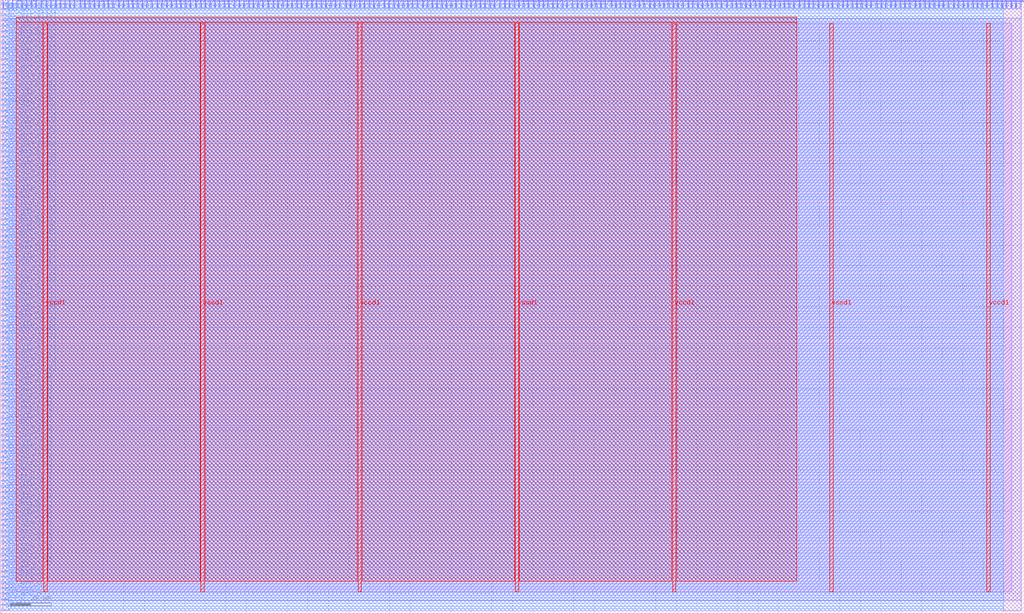
<source format=lef>
VERSION 5.7 ;
  NOWIREEXTENSIONATPIN ON ;
  DIVIDERCHAR "/" ;
  BUSBITCHARS "[]" ;
MACRO mkQF100Fabric
  CLASS BLOCK ;
  FOREIGN mkQF100Fabric ;
  ORIGIN 0.000 0.000 ;
  SIZE 500.000 BY 300.000 ;
  PIN CLK
    DIRECTION INPUT ;
    USE SIGNAL ;
    PORT
      LAYER met3 ;
        RECT 0.000 1.400 4.000 2.000 ;
    END
  END CLK
  PIN RST_N
    DIRECTION INPUT ;
    USE SIGNAL ;
    PORT
      LAYER met3 ;
        RECT 0.000 4.120 4.000 4.720 ;
    END
  END RST_N
  PIN cpu_ack_o
    DIRECTION OUTPUT TRISTATE ;
    USE SIGNAL ;
    PORT
      LAYER met3 ;
        RECT 0.000 6.840 4.000 7.440 ;
    END
  END cpu_ack_o
  PIN cpu_adr_i[0]
    DIRECTION INPUT ;
    USE SIGNAL ;
    PORT
      LAYER met3 ;
        RECT 0.000 23.160 4.000 23.760 ;
    END
  END cpu_adr_i[0]
  PIN cpu_adr_i[10]
    DIRECTION INPUT ;
    USE SIGNAL ;
    PORT
      LAYER met3 ;
        RECT 0.000 117.680 4.000 118.280 ;
    END
  END cpu_adr_i[10]
  PIN cpu_adr_i[11]
    DIRECTION INPUT ;
    USE SIGNAL ;
    PORT
      LAYER met3 ;
        RECT 0.000 125.840 4.000 126.440 ;
    END
  END cpu_adr_i[11]
  PIN cpu_adr_i[12]
    DIRECTION INPUT ;
    USE SIGNAL ;
    PORT
      LAYER met3 ;
        RECT 0.000 134.680 4.000 135.280 ;
    END
  END cpu_adr_i[12]
  PIN cpu_adr_i[13]
    DIRECTION INPUT ;
    USE SIGNAL ;
    PORT
      LAYER met3 ;
        RECT 0.000 142.840 4.000 143.440 ;
    END
  END cpu_adr_i[13]
  PIN cpu_adr_i[14]
    DIRECTION INPUT ;
    USE SIGNAL ;
    PORT
      LAYER met3 ;
        RECT 0.000 151.000 4.000 151.600 ;
    END
  END cpu_adr_i[14]
  PIN cpu_adr_i[15]
    DIRECTION INPUT ;
    USE SIGNAL ;
    PORT
      LAYER met3 ;
        RECT 0.000 159.160 4.000 159.760 ;
    END
  END cpu_adr_i[15]
  PIN cpu_adr_i[16]
    DIRECTION INPUT ;
    USE SIGNAL ;
    PORT
      LAYER met3 ;
        RECT 0.000 168.000 4.000 168.600 ;
    END
  END cpu_adr_i[16]
  PIN cpu_adr_i[17]
    DIRECTION INPUT ;
    USE SIGNAL ;
    PORT
      LAYER met3 ;
        RECT 0.000 176.160 4.000 176.760 ;
    END
  END cpu_adr_i[17]
  PIN cpu_adr_i[18]
    DIRECTION INPUT ;
    USE SIGNAL ;
    PORT
      LAYER met3 ;
        RECT 0.000 184.320 4.000 184.920 ;
    END
  END cpu_adr_i[18]
  PIN cpu_adr_i[19]
    DIRECTION INPUT ;
    USE SIGNAL ;
    PORT
      LAYER met3 ;
        RECT 0.000 192.480 4.000 193.080 ;
    END
  END cpu_adr_i[19]
  PIN cpu_adr_i[1]
    DIRECTION INPUT ;
    USE SIGNAL ;
    PORT
      LAYER met3 ;
        RECT 0.000 34.720 4.000 35.320 ;
    END
  END cpu_adr_i[1]
  PIN cpu_adr_i[20]
    DIRECTION INPUT ;
    USE SIGNAL ;
    PORT
      LAYER met3 ;
        RECT 0.000 201.320 4.000 201.920 ;
    END
  END cpu_adr_i[20]
  PIN cpu_adr_i[21]
    DIRECTION INPUT ;
    USE SIGNAL ;
    PORT
      LAYER met3 ;
        RECT 0.000 209.480 4.000 210.080 ;
    END
  END cpu_adr_i[21]
  PIN cpu_adr_i[22]
    DIRECTION INPUT ;
    USE SIGNAL ;
    PORT
      LAYER met3 ;
        RECT 0.000 217.640 4.000 218.240 ;
    END
  END cpu_adr_i[22]
  PIN cpu_adr_i[23]
    DIRECTION INPUT ;
    USE SIGNAL ;
    PORT
      LAYER met3 ;
        RECT 0.000 225.800 4.000 226.400 ;
    END
  END cpu_adr_i[23]
  PIN cpu_adr_i[24]
    DIRECTION INPUT ;
    USE SIGNAL ;
    PORT
      LAYER met3 ;
        RECT 0.000 234.640 4.000 235.240 ;
    END
  END cpu_adr_i[24]
  PIN cpu_adr_i[25]
    DIRECTION INPUT ;
    USE SIGNAL ;
    PORT
      LAYER met3 ;
        RECT 0.000 242.800 4.000 243.400 ;
    END
  END cpu_adr_i[25]
  PIN cpu_adr_i[26]
    DIRECTION INPUT ;
    USE SIGNAL ;
    PORT
      LAYER met3 ;
        RECT 0.000 250.960 4.000 251.560 ;
    END
  END cpu_adr_i[26]
  PIN cpu_adr_i[27]
    DIRECTION INPUT ;
    USE SIGNAL ;
    PORT
      LAYER met3 ;
        RECT 0.000 259.120 4.000 259.720 ;
    END
  END cpu_adr_i[27]
  PIN cpu_adr_i[28]
    DIRECTION INPUT ;
    USE SIGNAL ;
    PORT
      LAYER met3 ;
        RECT 0.000 267.960 4.000 268.560 ;
    END
  END cpu_adr_i[28]
  PIN cpu_adr_i[29]
    DIRECTION INPUT ;
    USE SIGNAL ;
    PORT
      LAYER met3 ;
        RECT 0.000 276.120 4.000 276.720 ;
    END
  END cpu_adr_i[29]
  PIN cpu_adr_i[2]
    DIRECTION INPUT ;
    USE SIGNAL ;
    PORT
      LAYER met3 ;
        RECT 0.000 45.600 4.000 46.200 ;
    END
  END cpu_adr_i[2]
  PIN cpu_adr_i[30]
    DIRECTION INPUT ;
    USE SIGNAL ;
    PORT
      LAYER met3 ;
        RECT 0.000 284.280 4.000 284.880 ;
    END
  END cpu_adr_i[30]
  PIN cpu_adr_i[31]
    DIRECTION INPUT ;
    USE SIGNAL ;
    PORT
      LAYER met3 ;
        RECT 0.000 292.440 4.000 293.040 ;
    END
  END cpu_adr_i[31]
  PIN cpu_adr_i[3]
    DIRECTION INPUT ;
    USE SIGNAL ;
    PORT
      LAYER met3 ;
        RECT 0.000 56.480 4.000 57.080 ;
    END
  END cpu_adr_i[3]
  PIN cpu_adr_i[4]
    DIRECTION INPUT ;
    USE SIGNAL ;
    PORT
      LAYER met3 ;
        RECT 0.000 68.040 4.000 68.640 ;
    END
  END cpu_adr_i[4]
  PIN cpu_adr_i[5]
    DIRECTION INPUT ;
    USE SIGNAL ;
    PORT
      LAYER met3 ;
        RECT 0.000 76.200 4.000 76.800 ;
    END
  END cpu_adr_i[5]
  PIN cpu_adr_i[6]
    DIRECTION INPUT ;
    USE SIGNAL ;
    PORT
      LAYER met3 ;
        RECT 0.000 84.360 4.000 84.960 ;
    END
  END cpu_adr_i[6]
  PIN cpu_adr_i[7]
    DIRECTION INPUT ;
    USE SIGNAL ;
    PORT
      LAYER met3 ;
        RECT 0.000 92.520 4.000 93.120 ;
    END
  END cpu_adr_i[7]
  PIN cpu_adr_i[8]
    DIRECTION INPUT ;
    USE SIGNAL ;
    PORT
      LAYER met3 ;
        RECT 0.000 101.360 4.000 101.960 ;
    END
  END cpu_adr_i[8]
  PIN cpu_adr_i[9]
    DIRECTION INPUT ;
    USE SIGNAL ;
    PORT
      LAYER met3 ;
        RECT 0.000 109.520 4.000 110.120 ;
    END
  END cpu_adr_i[9]
  PIN cpu_cyc_i
    DIRECTION INPUT ;
    USE SIGNAL ;
    PORT
      LAYER met3 ;
        RECT 0.000 9.560 4.000 10.160 ;
    END
  END cpu_cyc_i
  PIN cpu_dat_i[0]
    DIRECTION INPUT ;
    USE SIGNAL ;
    PORT
      LAYER met3 ;
        RECT 0.000 25.880 4.000 26.480 ;
    END
  END cpu_dat_i[0]
  PIN cpu_dat_i[10]
    DIRECTION INPUT ;
    USE SIGNAL ;
    PORT
      LAYER met3 ;
        RECT 0.000 120.400 4.000 121.000 ;
    END
  END cpu_dat_i[10]
  PIN cpu_dat_i[11]
    DIRECTION INPUT ;
    USE SIGNAL ;
    PORT
      LAYER met3 ;
        RECT 0.000 128.560 4.000 129.160 ;
    END
  END cpu_dat_i[11]
  PIN cpu_dat_i[12]
    DIRECTION INPUT ;
    USE SIGNAL ;
    PORT
      LAYER met3 ;
        RECT 0.000 137.400 4.000 138.000 ;
    END
  END cpu_dat_i[12]
  PIN cpu_dat_i[13]
    DIRECTION INPUT ;
    USE SIGNAL ;
    PORT
      LAYER met3 ;
        RECT 0.000 145.560 4.000 146.160 ;
    END
  END cpu_dat_i[13]
  PIN cpu_dat_i[14]
    DIRECTION INPUT ;
    USE SIGNAL ;
    PORT
      LAYER met3 ;
        RECT 0.000 153.720 4.000 154.320 ;
    END
  END cpu_dat_i[14]
  PIN cpu_dat_i[15]
    DIRECTION INPUT ;
    USE SIGNAL ;
    PORT
      LAYER met3 ;
        RECT 0.000 161.880 4.000 162.480 ;
    END
  END cpu_dat_i[15]
  PIN cpu_dat_i[16]
    DIRECTION INPUT ;
    USE SIGNAL ;
    PORT
      LAYER met3 ;
        RECT 0.000 170.720 4.000 171.320 ;
    END
  END cpu_dat_i[16]
  PIN cpu_dat_i[17]
    DIRECTION INPUT ;
    USE SIGNAL ;
    PORT
      LAYER met3 ;
        RECT 0.000 178.880 4.000 179.480 ;
    END
  END cpu_dat_i[17]
  PIN cpu_dat_i[18]
    DIRECTION INPUT ;
    USE SIGNAL ;
    PORT
      LAYER met3 ;
        RECT 0.000 187.040 4.000 187.640 ;
    END
  END cpu_dat_i[18]
  PIN cpu_dat_i[19]
    DIRECTION INPUT ;
    USE SIGNAL ;
    PORT
      LAYER met3 ;
        RECT 0.000 195.200 4.000 195.800 ;
    END
  END cpu_dat_i[19]
  PIN cpu_dat_i[1]
    DIRECTION INPUT ;
    USE SIGNAL ;
    PORT
      LAYER met3 ;
        RECT 0.000 37.440 4.000 38.040 ;
    END
  END cpu_dat_i[1]
  PIN cpu_dat_i[20]
    DIRECTION INPUT ;
    USE SIGNAL ;
    PORT
      LAYER met3 ;
        RECT 0.000 204.040 4.000 204.640 ;
    END
  END cpu_dat_i[20]
  PIN cpu_dat_i[21]
    DIRECTION INPUT ;
    USE SIGNAL ;
    PORT
      LAYER met3 ;
        RECT 0.000 212.200 4.000 212.800 ;
    END
  END cpu_dat_i[21]
  PIN cpu_dat_i[22]
    DIRECTION INPUT ;
    USE SIGNAL ;
    PORT
      LAYER met3 ;
        RECT 0.000 220.360 4.000 220.960 ;
    END
  END cpu_dat_i[22]
  PIN cpu_dat_i[23]
    DIRECTION INPUT ;
    USE SIGNAL ;
    PORT
      LAYER met3 ;
        RECT 0.000 228.520 4.000 229.120 ;
    END
  END cpu_dat_i[23]
  PIN cpu_dat_i[24]
    DIRECTION INPUT ;
    USE SIGNAL ;
    PORT
      LAYER met3 ;
        RECT 0.000 237.360 4.000 237.960 ;
    END
  END cpu_dat_i[24]
  PIN cpu_dat_i[25]
    DIRECTION INPUT ;
    USE SIGNAL ;
    PORT
      LAYER met3 ;
        RECT 0.000 245.520 4.000 246.120 ;
    END
  END cpu_dat_i[25]
  PIN cpu_dat_i[26]
    DIRECTION INPUT ;
    USE SIGNAL ;
    PORT
      LAYER met3 ;
        RECT 0.000 253.680 4.000 254.280 ;
    END
  END cpu_dat_i[26]
  PIN cpu_dat_i[27]
    DIRECTION INPUT ;
    USE SIGNAL ;
    PORT
      LAYER met3 ;
        RECT 0.000 261.840 4.000 262.440 ;
    END
  END cpu_dat_i[27]
  PIN cpu_dat_i[28]
    DIRECTION INPUT ;
    USE SIGNAL ;
    PORT
      LAYER met3 ;
        RECT 0.000 270.680 4.000 271.280 ;
    END
  END cpu_dat_i[28]
  PIN cpu_dat_i[29]
    DIRECTION INPUT ;
    USE SIGNAL ;
    PORT
      LAYER met3 ;
        RECT 0.000 278.840 4.000 279.440 ;
    END
  END cpu_dat_i[29]
  PIN cpu_dat_i[2]
    DIRECTION INPUT ;
    USE SIGNAL ;
    PORT
      LAYER met3 ;
        RECT 0.000 48.320 4.000 48.920 ;
    END
  END cpu_dat_i[2]
  PIN cpu_dat_i[30]
    DIRECTION INPUT ;
    USE SIGNAL ;
    PORT
      LAYER met3 ;
        RECT 0.000 287.000 4.000 287.600 ;
    END
  END cpu_dat_i[30]
  PIN cpu_dat_i[31]
    DIRECTION INPUT ;
    USE SIGNAL ;
    PORT
      LAYER met3 ;
        RECT 0.000 295.160 4.000 295.760 ;
    END
  END cpu_dat_i[31]
  PIN cpu_dat_i[3]
    DIRECTION INPUT ;
    USE SIGNAL ;
    PORT
      LAYER met3 ;
        RECT 0.000 59.200 4.000 59.800 ;
    END
  END cpu_dat_i[3]
  PIN cpu_dat_i[4]
    DIRECTION INPUT ;
    USE SIGNAL ;
    PORT
      LAYER met3 ;
        RECT 0.000 70.760 4.000 71.360 ;
    END
  END cpu_dat_i[4]
  PIN cpu_dat_i[5]
    DIRECTION INPUT ;
    USE SIGNAL ;
    PORT
      LAYER met3 ;
        RECT 0.000 78.920 4.000 79.520 ;
    END
  END cpu_dat_i[5]
  PIN cpu_dat_i[6]
    DIRECTION INPUT ;
    USE SIGNAL ;
    PORT
      LAYER met3 ;
        RECT 0.000 87.080 4.000 87.680 ;
    END
  END cpu_dat_i[6]
  PIN cpu_dat_i[7]
    DIRECTION INPUT ;
    USE SIGNAL ;
    PORT
      LAYER met3 ;
        RECT 0.000 95.240 4.000 95.840 ;
    END
  END cpu_dat_i[7]
  PIN cpu_dat_i[8]
    DIRECTION INPUT ;
    USE SIGNAL ;
    PORT
      LAYER met3 ;
        RECT 0.000 104.080 4.000 104.680 ;
    END
  END cpu_dat_i[8]
  PIN cpu_dat_i[9]
    DIRECTION INPUT ;
    USE SIGNAL ;
    PORT
      LAYER met3 ;
        RECT 0.000 112.240 4.000 112.840 ;
    END
  END cpu_dat_i[9]
  PIN cpu_dat_o[0]
    DIRECTION OUTPUT TRISTATE ;
    USE SIGNAL ;
    PORT
      LAYER met3 ;
        RECT 0.000 28.600 4.000 29.200 ;
    END
  END cpu_dat_o[0]
  PIN cpu_dat_o[10]
    DIRECTION OUTPUT TRISTATE ;
    USE SIGNAL ;
    PORT
      LAYER met3 ;
        RECT 0.000 123.120 4.000 123.720 ;
    END
  END cpu_dat_o[10]
  PIN cpu_dat_o[11]
    DIRECTION OUTPUT TRISTATE ;
    USE SIGNAL ;
    PORT
      LAYER met3 ;
        RECT 0.000 131.280 4.000 131.880 ;
    END
  END cpu_dat_o[11]
  PIN cpu_dat_o[12]
    DIRECTION OUTPUT TRISTATE ;
    USE SIGNAL ;
    PORT
      LAYER met3 ;
        RECT 0.000 140.120 4.000 140.720 ;
    END
  END cpu_dat_o[12]
  PIN cpu_dat_o[13]
    DIRECTION OUTPUT TRISTATE ;
    USE SIGNAL ;
    PORT
      LAYER met3 ;
        RECT 0.000 148.280 4.000 148.880 ;
    END
  END cpu_dat_o[13]
  PIN cpu_dat_o[14]
    DIRECTION OUTPUT TRISTATE ;
    USE SIGNAL ;
    PORT
      LAYER met3 ;
        RECT 0.000 156.440 4.000 157.040 ;
    END
  END cpu_dat_o[14]
  PIN cpu_dat_o[15]
    DIRECTION OUTPUT TRISTATE ;
    USE SIGNAL ;
    PORT
      LAYER met3 ;
        RECT 0.000 164.600 4.000 165.200 ;
    END
  END cpu_dat_o[15]
  PIN cpu_dat_o[16]
    DIRECTION OUTPUT TRISTATE ;
    USE SIGNAL ;
    PORT
      LAYER met3 ;
        RECT 0.000 173.440 4.000 174.040 ;
    END
  END cpu_dat_o[16]
  PIN cpu_dat_o[17]
    DIRECTION OUTPUT TRISTATE ;
    USE SIGNAL ;
    PORT
      LAYER met3 ;
        RECT 0.000 181.600 4.000 182.200 ;
    END
  END cpu_dat_o[17]
  PIN cpu_dat_o[18]
    DIRECTION OUTPUT TRISTATE ;
    USE SIGNAL ;
    PORT
      LAYER met3 ;
        RECT 0.000 189.760 4.000 190.360 ;
    END
  END cpu_dat_o[18]
  PIN cpu_dat_o[19]
    DIRECTION OUTPUT TRISTATE ;
    USE SIGNAL ;
    PORT
      LAYER met3 ;
        RECT 0.000 197.920 4.000 198.520 ;
    END
  END cpu_dat_o[19]
  PIN cpu_dat_o[1]
    DIRECTION OUTPUT TRISTATE ;
    USE SIGNAL ;
    PORT
      LAYER met3 ;
        RECT 0.000 40.160 4.000 40.760 ;
    END
  END cpu_dat_o[1]
  PIN cpu_dat_o[20]
    DIRECTION OUTPUT TRISTATE ;
    USE SIGNAL ;
    PORT
      LAYER met3 ;
        RECT 0.000 206.760 4.000 207.360 ;
    END
  END cpu_dat_o[20]
  PIN cpu_dat_o[21]
    DIRECTION OUTPUT TRISTATE ;
    USE SIGNAL ;
    PORT
      LAYER met3 ;
        RECT 0.000 214.920 4.000 215.520 ;
    END
  END cpu_dat_o[21]
  PIN cpu_dat_o[22]
    DIRECTION OUTPUT TRISTATE ;
    USE SIGNAL ;
    PORT
      LAYER met3 ;
        RECT 0.000 223.080 4.000 223.680 ;
    END
  END cpu_dat_o[22]
  PIN cpu_dat_o[23]
    DIRECTION OUTPUT TRISTATE ;
    USE SIGNAL ;
    PORT
      LAYER met3 ;
        RECT 0.000 231.240 4.000 231.840 ;
    END
  END cpu_dat_o[23]
  PIN cpu_dat_o[24]
    DIRECTION OUTPUT TRISTATE ;
    USE SIGNAL ;
    PORT
      LAYER met3 ;
        RECT 0.000 240.080 4.000 240.680 ;
    END
  END cpu_dat_o[24]
  PIN cpu_dat_o[25]
    DIRECTION OUTPUT TRISTATE ;
    USE SIGNAL ;
    PORT
      LAYER met3 ;
        RECT 0.000 248.240 4.000 248.840 ;
    END
  END cpu_dat_o[25]
  PIN cpu_dat_o[26]
    DIRECTION OUTPUT TRISTATE ;
    USE SIGNAL ;
    PORT
      LAYER met3 ;
        RECT 0.000 256.400 4.000 257.000 ;
    END
  END cpu_dat_o[26]
  PIN cpu_dat_o[27]
    DIRECTION OUTPUT TRISTATE ;
    USE SIGNAL ;
    PORT
      LAYER met3 ;
        RECT 0.000 264.560 4.000 265.160 ;
    END
  END cpu_dat_o[27]
  PIN cpu_dat_o[28]
    DIRECTION OUTPUT TRISTATE ;
    USE SIGNAL ;
    PORT
      LAYER met3 ;
        RECT 0.000 273.400 4.000 274.000 ;
    END
  END cpu_dat_o[28]
  PIN cpu_dat_o[29]
    DIRECTION OUTPUT TRISTATE ;
    USE SIGNAL ;
    PORT
      LAYER met3 ;
        RECT 0.000 281.560 4.000 282.160 ;
    END
  END cpu_dat_o[29]
  PIN cpu_dat_o[2]
    DIRECTION OUTPUT TRISTATE ;
    USE SIGNAL ;
    PORT
      LAYER met3 ;
        RECT 0.000 51.040 4.000 51.640 ;
    END
  END cpu_dat_o[2]
  PIN cpu_dat_o[30]
    DIRECTION OUTPUT TRISTATE ;
    USE SIGNAL ;
    PORT
      LAYER met3 ;
        RECT 0.000 289.720 4.000 290.320 ;
    END
  END cpu_dat_o[30]
  PIN cpu_dat_o[31]
    DIRECTION OUTPUT TRISTATE ;
    USE SIGNAL ;
    PORT
      LAYER met3 ;
        RECT 0.000 297.880 4.000 298.480 ;
    END
  END cpu_dat_o[31]
  PIN cpu_dat_o[3]
    DIRECTION OUTPUT TRISTATE ;
    USE SIGNAL ;
    PORT
      LAYER met3 ;
        RECT 0.000 61.920 4.000 62.520 ;
    END
  END cpu_dat_o[3]
  PIN cpu_dat_o[4]
    DIRECTION OUTPUT TRISTATE ;
    USE SIGNAL ;
    PORT
      LAYER met3 ;
        RECT 0.000 73.480 4.000 74.080 ;
    END
  END cpu_dat_o[4]
  PIN cpu_dat_o[5]
    DIRECTION OUTPUT TRISTATE ;
    USE SIGNAL ;
    PORT
      LAYER met3 ;
        RECT 0.000 81.640 4.000 82.240 ;
    END
  END cpu_dat_o[5]
  PIN cpu_dat_o[6]
    DIRECTION OUTPUT TRISTATE ;
    USE SIGNAL ;
    PORT
      LAYER met3 ;
        RECT 0.000 89.800 4.000 90.400 ;
    END
  END cpu_dat_o[6]
  PIN cpu_dat_o[7]
    DIRECTION OUTPUT TRISTATE ;
    USE SIGNAL ;
    PORT
      LAYER met3 ;
        RECT 0.000 97.960 4.000 98.560 ;
    END
  END cpu_dat_o[7]
  PIN cpu_dat_o[8]
    DIRECTION OUTPUT TRISTATE ;
    USE SIGNAL ;
    PORT
      LAYER met3 ;
        RECT 0.000 106.800 4.000 107.400 ;
    END
  END cpu_dat_o[8]
  PIN cpu_dat_o[9]
    DIRECTION OUTPUT TRISTATE ;
    USE SIGNAL ;
    PORT
      LAYER met3 ;
        RECT 0.000 114.960 4.000 115.560 ;
    END
  END cpu_dat_o[9]
  PIN cpu_err_o
    DIRECTION OUTPUT TRISTATE ;
    USE SIGNAL ;
    PORT
      LAYER met3 ;
        RECT 0.000 12.280 4.000 12.880 ;
    END
  END cpu_err_o
  PIN cpu_rty_o
    DIRECTION OUTPUT TRISTATE ;
    USE SIGNAL ;
    PORT
      LAYER met3 ;
        RECT 0.000 15.000 4.000 15.600 ;
    END
  END cpu_rty_o
  PIN cpu_sel_i[0]
    DIRECTION INPUT ;
    USE SIGNAL ;
    PORT
      LAYER met3 ;
        RECT 0.000 31.320 4.000 31.920 ;
    END
  END cpu_sel_i[0]
  PIN cpu_sel_i[1]
    DIRECTION INPUT ;
    USE SIGNAL ;
    PORT
      LAYER met3 ;
        RECT 0.000 42.880 4.000 43.480 ;
    END
  END cpu_sel_i[1]
  PIN cpu_sel_i[2]
    DIRECTION INPUT ;
    USE SIGNAL ;
    PORT
      LAYER met3 ;
        RECT 0.000 53.760 4.000 54.360 ;
    END
  END cpu_sel_i[2]
  PIN cpu_sel_i[3]
    DIRECTION INPUT ;
    USE SIGNAL ;
    PORT
      LAYER met3 ;
        RECT 0.000 64.640 4.000 65.240 ;
    END
  END cpu_sel_i[3]
  PIN cpu_stb_i
    DIRECTION INPUT ;
    USE SIGNAL ;
    PORT
      LAYER met3 ;
        RECT 0.000 17.720 4.000 18.320 ;
    END
  END cpu_stb_i
  PIN cpu_we_i
    DIRECTION INPUT ;
    USE SIGNAL ;
    PORT
      LAYER met3 ;
        RECT 0.000 20.440 4.000 21.040 ;
    END
  END cpu_we_i
  PIN gpio_ack_i
    DIRECTION INPUT ;
    USE SIGNAL ;
    PORT
      LAYER met2 ;
        RECT 250.790 296.000 251.070 300.000 ;
    END
  END gpio_ack_i
  PIN gpio_adr_o[0]
    DIRECTION OUTPUT TRISTATE ;
    USE SIGNAL ;
    PORT
      LAYER met2 ;
        RECT 265.050 296.000 265.330 300.000 ;
    END
  END gpio_adr_o[0]
  PIN gpio_adr_o[10]
    DIRECTION OUTPUT TRISTATE ;
    USE SIGNAL ;
    PORT
      LAYER met2 ;
        RECT 345.090 296.000 345.370 300.000 ;
    END
  END gpio_adr_o[10]
  PIN gpio_adr_o[11]
    DIRECTION OUTPUT TRISTATE ;
    USE SIGNAL ;
    PORT
      LAYER met2 ;
        RECT 351.990 296.000 352.270 300.000 ;
    END
  END gpio_adr_o[11]
  PIN gpio_adr_o[12]
    DIRECTION OUTPUT TRISTATE ;
    USE SIGNAL ;
    PORT
      LAYER met2 ;
        RECT 359.350 296.000 359.630 300.000 ;
    END
  END gpio_adr_o[12]
  PIN gpio_adr_o[13]
    DIRECTION OUTPUT TRISTATE ;
    USE SIGNAL ;
    PORT
      LAYER met2 ;
        RECT 366.250 296.000 366.530 300.000 ;
    END
  END gpio_adr_o[13]
  PIN gpio_adr_o[14]
    DIRECTION OUTPUT TRISTATE ;
    USE SIGNAL ;
    PORT
      LAYER met2 ;
        RECT 373.610 296.000 373.890 300.000 ;
    END
  END gpio_adr_o[14]
  PIN gpio_adr_o[15]
    DIRECTION OUTPUT TRISTATE ;
    USE SIGNAL ;
    PORT
      LAYER met2 ;
        RECT 380.510 296.000 380.790 300.000 ;
    END
  END gpio_adr_o[15]
  PIN gpio_adr_o[16]
    DIRECTION OUTPUT TRISTATE ;
    USE SIGNAL ;
    PORT
      LAYER met2 ;
        RECT 387.410 296.000 387.690 300.000 ;
    END
  END gpio_adr_o[16]
  PIN gpio_adr_o[17]
    DIRECTION OUTPUT TRISTATE ;
    USE SIGNAL ;
    PORT
      LAYER met2 ;
        RECT 394.770 296.000 395.050 300.000 ;
    END
  END gpio_adr_o[17]
  PIN gpio_adr_o[18]
    DIRECTION OUTPUT TRISTATE ;
    USE SIGNAL ;
    PORT
      LAYER met2 ;
        RECT 401.670 296.000 401.950 300.000 ;
    END
  END gpio_adr_o[18]
  PIN gpio_adr_o[19]
    DIRECTION OUTPUT TRISTATE ;
    USE SIGNAL ;
    PORT
      LAYER met2 ;
        RECT 409.030 296.000 409.310 300.000 ;
    END
  END gpio_adr_o[19]
  PIN gpio_adr_o[1]
    DIRECTION OUTPUT TRISTATE ;
    USE SIGNAL ;
    PORT
      LAYER met2 ;
        RECT 274.250 296.000 274.530 300.000 ;
    END
  END gpio_adr_o[1]
  PIN gpio_adr_o[20]
    DIRECTION OUTPUT TRISTATE ;
    USE SIGNAL ;
    PORT
      LAYER met2 ;
        RECT 415.930 296.000 416.210 300.000 ;
    END
  END gpio_adr_o[20]
  PIN gpio_adr_o[21]
    DIRECTION OUTPUT TRISTATE ;
    USE SIGNAL ;
    PORT
      LAYER met2 ;
        RECT 422.830 296.000 423.110 300.000 ;
    END
  END gpio_adr_o[21]
  PIN gpio_adr_o[22]
    DIRECTION OUTPUT TRISTATE ;
    USE SIGNAL ;
    PORT
      LAYER met2 ;
        RECT 430.190 296.000 430.470 300.000 ;
    END
  END gpio_adr_o[22]
  PIN gpio_adr_o[23]
    DIRECTION OUTPUT TRISTATE ;
    USE SIGNAL ;
    PORT
      LAYER met2 ;
        RECT 437.090 296.000 437.370 300.000 ;
    END
  END gpio_adr_o[23]
  PIN gpio_adr_o[24]
    DIRECTION OUTPUT TRISTATE ;
    USE SIGNAL ;
    PORT
      LAYER met2 ;
        RECT 443.990 296.000 444.270 300.000 ;
    END
  END gpio_adr_o[24]
  PIN gpio_adr_o[25]
    DIRECTION OUTPUT TRISTATE ;
    USE SIGNAL ;
    PORT
      LAYER met2 ;
        RECT 451.350 296.000 451.630 300.000 ;
    END
  END gpio_adr_o[25]
  PIN gpio_adr_o[26]
    DIRECTION OUTPUT TRISTATE ;
    USE SIGNAL ;
    PORT
      LAYER met2 ;
        RECT 458.250 296.000 458.530 300.000 ;
    END
  END gpio_adr_o[26]
  PIN gpio_adr_o[27]
    DIRECTION OUTPUT TRISTATE ;
    USE SIGNAL ;
    PORT
      LAYER met2 ;
        RECT 465.610 296.000 465.890 300.000 ;
    END
  END gpio_adr_o[27]
  PIN gpio_adr_o[28]
    DIRECTION OUTPUT TRISTATE ;
    USE SIGNAL ;
    PORT
      LAYER met2 ;
        RECT 472.510 296.000 472.790 300.000 ;
    END
  END gpio_adr_o[28]
  PIN gpio_adr_o[29]
    DIRECTION OUTPUT TRISTATE ;
    USE SIGNAL ;
    PORT
      LAYER met2 ;
        RECT 479.410 296.000 479.690 300.000 ;
    END
  END gpio_adr_o[29]
  PIN gpio_adr_o[2]
    DIRECTION OUTPUT TRISTATE ;
    USE SIGNAL ;
    PORT
      LAYER met2 ;
        RECT 283.910 296.000 284.190 300.000 ;
    END
  END gpio_adr_o[2]
  PIN gpio_adr_o[30]
    DIRECTION OUTPUT TRISTATE ;
    USE SIGNAL ;
    PORT
      LAYER met2 ;
        RECT 486.770 296.000 487.050 300.000 ;
    END
  END gpio_adr_o[30]
  PIN gpio_adr_o[31]
    DIRECTION OUTPUT TRISTATE ;
    USE SIGNAL ;
    PORT
      LAYER met2 ;
        RECT 493.670 296.000 493.950 300.000 ;
    END
  END gpio_adr_o[31]
  PIN gpio_adr_o[3]
    DIRECTION OUTPUT TRISTATE ;
    USE SIGNAL ;
    PORT
      LAYER met2 ;
        RECT 293.110 296.000 293.390 300.000 ;
    END
  END gpio_adr_o[3]
  PIN gpio_adr_o[4]
    DIRECTION OUTPUT TRISTATE ;
    USE SIGNAL ;
    PORT
      LAYER met2 ;
        RECT 302.770 296.000 303.050 300.000 ;
    END
  END gpio_adr_o[4]
  PIN gpio_adr_o[5]
    DIRECTION OUTPUT TRISTATE ;
    USE SIGNAL ;
    PORT
      LAYER met2 ;
        RECT 309.670 296.000 309.950 300.000 ;
    END
  END gpio_adr_o[5]
  PIN gpio_adr_o[6]
    DIRECTION OUTPUT TRISTATE ;
    USE SIGNAL ;
    PORT
      LAYER met2 ;
        RECT 317.030 296.000 317.310 300.000 ;
    END
  END gpio_adr_o[6]
  PIN gpio_adr_o[7]
    DIRECTION OUTPUT TRISTATE ;
    USE SIGNAL ;
    PORT
      LAYER met2 ;
        RECT 323.930 296.000 324.210 300.000 ;
    END
  END gpio_adr_o[7]
  PIN gpio_adr_o[8]
    DIRECTION OUTPUT TRISTATE ;
    USE SIGNAL ;
    PORT
      LAYER met2 ;
        RECT 330.830 296.000 331.110 300.000 ;
    END
  END gpio_adr_o[8]
  PIN gpio_adr_o[9]
    DIRECTION OUTPUT TRISTATE ;
    USE SIGNAL ;
    PORT
      LAYER met2 ;
        RECT 338.190 296.000 338.470 300.000 ;
    END
  END gpio_adr_o[9]
  PIN gpio_cyc_o
    DIRECTION OUTPUT TRISTATE ;
    USE SIGNAL ;
    PORT
      LAYER met2 ;
        RECT 253.090 296.000 253.370 300.000 ;
    END
  END gpio_cyc_o
  PIN gpio_dat_i[0]
    DIRECTION INPUT ;
    USE SIGNAL ;
    PORT
      LAYER met2 ;
        RECT 267.350 296.000 267.630 300.000 ;
    END
  END gpio_dat_i[0]
  PIN gpio_dat_i[10]
    DIRECTION INPUT ;
    USE SIGNAL ;
    PORT
      LAYER met2 ;
        RECT 347.390 296.000 347.670 300.000 ;
    END
  END gpio_dat_i[10]
  PIN gpio_dat_i[11]
    DIRECTION INPUT ;
    USE SIGNAL ;
    PORT
      LAYER met2 ;
        RECT 354.750 296.000 355.030 300.000 ;
    END
  END gpio_dat_i[11]
  PIN gpio_dat_i[12]
    DIRECTION INPUT ;
    USE SIGNAL ;
    PORT
      LAYER met2 ;
        RECT 361.650 296.000 361.930 300.000 ;
    END
  END gpio_dat_i[12]
  PIN gpio_dat_i[13]
    DIRECTION INPUT ;
    USE SIGNAL ;
    PORT
      LAYER met2 ;
        RECT 368.550 296.000 368.830 300.000 ;
    END
  END gpio_dat_i[13]
  PIN gpio_dat_i[14]
    DIRECTION INPUT ;
    USE SIGNAL ;
    PORT
      LAYER met2 ;
        RECT 375.910 296.000 376.190 300.000 ;
    END
  END gpio_dat_i[14]
  PIN gpio_dat_i[15]
    DIRECTION INPUT ;
    USE SIGNAL ;
    PORT
      LAYER met2 ;
        RECT 382.810 296.000 383.090 300.000 ;
    END
  END gpio_dat_i[15]
  PIN gpio_dat_i[16]
    DIRECTION INPUT ;
    USE SIGNAL ;
    PORT
      LAYER met2 ;
        RECT 390.170 296.000 390.450 300.000 ;
    END
  END gpio_dat_i[16]
  PIN gpio_dat_i[17]
    DIRECTION INPUT ;
    USE SIGNAL ;
    PORT
      LAYER met2 ;
        RECT 397.070 296.000 397.350 300.000 ;
    END
  END gpio_dat_i[17]
  PIN gpio_dat_i[18]
    DIRECTION INPUT ;
    USE SIGNAL ;
    PORT
      LAYER met2 ;
        RECT 403.970 296.000 404.250 300.000 ;
    END
  END gpio_dat_i[18]
  PIN gpio_dat_i[19]
    DIRECTION INPUT ;
    USE SIGNAL ;
    PORT
      LAYER met2 ;
        RECT 411.330 296.000 411.610 300.000 ;
    END
  END gpio_dat_i[19]
  PIN gpio_dat_i[1]
    DIRECTION INPUT ;
    USE SIGNAL ;
    PORT
      LAYER met2 ;
        RECT 276.550 296.000 276.830 300.000 ;
    END
  END gpio_dat_i[1]
  PIN gpio_dat_i[20]
    DIRECTION INPUT ;
    USE SIGNAL ;
    PORT
      LAYER met2 ;
        RECT 418.230 296.000 418.510 300.000 ;
    END
  END gpio_dat_i[20]
  PIN gpio_dat_i[21]
    DIRECTION INPUT ;
    USE SIGNAL ;
    PORT
      LAYER met2 ;
        RECT 425.130 296.000 425.410 300.000 ;
    END
  END gpio_dat_i[21]
  PIN gpio_dat_i[22]
    DIRECTION INPUT ;
    USE SIGNAL ;
    PORT
      LAYER met2 ;
        RECT 432.490 296.000 432.770 300.000 ;
    END
  END gpio_dat_i[22]
  PIN gpio_dat_i[23]
    DIRECTION INPUT ;
    USE SIGNAL ;
    PORT
      LAYER met2 ;
        RECT 439.390 296.000 439.670 300.000 ;
    END
  END gpio_dat_i[23]
  PIN gpio_dat_i[24]
    DIRECTION INPUT ;
    USE SIGNAL ;
    PORT
      LAYER met2 ;
        RECT 446.750 296.000 447.030 300.000 ;
    END
  END gpio_dat_i[24]
  PIN gpio_dat_i[25]
    DIRECTION INPUT ;
    USE SIGNAL ;
    PORT
      LAYER met2 ;
        RECT 453.650 296.000 453.930 300.000 ;
    END
  END gpio_dat_i[25]
  PIN gpio_dat_i[26]
    DIRECTION INPUT ;
    USE SIGNAL ;
    PORT
      LAYER met2 ;
        RECT 460.550 296.000 460.830 300.000 ;
    END
  END gpio_dat_i[26]
  PIN gpio_dat_i[27]
    DIRECTION INPUT ;
    USE SIGNAL ;
    PORT
      LAYER met2 ;
        RECT 467.910 296.000 468.190 300.000 ;
    END
  END gpio_dat_i[27]
  PIN gpio_dat_i[28]
    DIRECTION INPUT ;
    USE SIGNAL ;
    PORT
      LAYER met2 ;
        RECT 474.810 296.000 475.090 300.000 ;
    END
  END gpio_dat_i[28]
  PIN gpio_dat_i[29]
    DIRECTION INPUT ;
    USE SIGNAL ;
    PORT
      LAYER met2 ;
        RECT 481.710 296.000 481.990 300.000 ;
    END
  END gpio_dat_i[29]
  PIN gpio_dat_i[2]
    DIRECTION INPUT ;
    USE SIGNAL ;
    PORT
      LAYER met2 ;
        RECT 286.210 296.000 286.490 300.000 ;
    END
  END gpio_dat_i[2]
  PIN gpio_dat_i[30]
    DIRECTION INPUT ;
    USE SIGNAL ;
    PORT
      LAYER met2 ;
        RECT 489.070 296.000 489.350 300.000 ;
    END
  END gpio_dat_i[30]
  PIN gpio_dat_i[31]
    DIRECTION INPUT ;
    USE SIGNAL ;
    PORT
      LAYER met2 ;
        RECT 495.970 296.000 496.250 300.000 ;
    END
  END gpio_dat_i[31]
  PIN gpio_dat_i[3]
    DIRECTION INPUT ;
    USE SIGNAL ;
    PORT
      LAYER met2 ;
        RECT 295.410 296.000 295.690 300.000 ;
    END
  END gpio_dat_i[3]
  PIN gpio_dat_i[4]
    DIRECTION INPUT ;
    USE SIGNAL ;
    PORT
      LAYER met2 ;
        RECT 305.070 296.000 305.350 300.000 ;
    END
  END gpio_dat_i[4]
  PIN gpio_dat_i[5]
    DIRECTION INPUT ;
    USE SIGNAL ;
    PORT
      LAYER met2 ;
        RECT 311.970 296.000 312.250 300.000 ;
    END
  END gpio_dat_i[5]
  PIN gpio_dat_i[6]
    DIRECTION INPUT ;
    USE SIGNAL ;
    PORT
      LAYER met2 ;
        RECT 319.330 296.000 319.610 300.000 ;
    END
  END gpio_dat_i[6]
  PIN gpio_dat_i[7]
    DIRECTION INPUT ;
    USE SIGNAL ;
    PORT
      LAYER met2 ;
        RECT 326.230 296.000 326.510 300.000 ;
    END
  END gpio_dat_i[7]
  PIN gpio_dat_i[8]
    DIRECTION INPUT ;
    USE SIGNAL ;
    PORT
      LAYER met2 ;
        RECT 333.130 296.000 333.410 300.000 ;
    END
  END gpio_dat_i[8]
  PIN gpio_dat_i[9]
    DIRECTION INPUT ;
    USE SIGNAL ;
    PORT
      LAYER met2 ;
        RECT 340.490 296.000 340.770 300.000 ;
    END
  END gpio_dat_i[9]
  PIN gpio_dat_o[0]
    DIRECTION OUTPUT TRISTATE ;
    USE SIGNAL ;
    PORT
      LAYER met2 ;
        RECT 269.650 296.000 269.930 300.000 ;
    END
  END gpio_dat_o[0]
  PIN gpio_dat_o[10]
    DIRECTION OUTPUT TRISTATE ;
    USE SIGNAL ;
    PORT
      LAYER met2 ;
        RECT 349.690 296.000 349.970 300.000 ;
    END
  END gpio_dat_o[10]
  PIN gpio_dat_o[11]
    DIRECTION OUTPUT TRISTATE ;
    USE SIGNAL ;
    PORT
      LAYER met2 ;
        RECT 357.050 296.000 357.330 300.000 ;
    END
  END gpio_dat_o[11]
  PIN gpio_dat_o[12]
    DIRECTION OUTPUT TRISTATE ;
    USE SIGNAL ;
    PORT
      LAYER met2 ;
        RECT 363.950 296.000 364.230 300.000 ;
    END
  END gpio_dat_o[12]
  PIN gpio_dat_o[13]
    DIRECTION OUTPUT TRISTATE ;
    USE SIGNAL ;
    PORT
      LAYER met2 ;
        RECT 370.850 296.000 371.130 300.000 ;
    END
  END gpio_dat_o[13]
  PIN gpio_dat_o[14]
    DIRECTION OUTPUT TRISTATE ;
    USE SIGNAL ;
    PORT
      LAYER met2 ;
        RECT 378.210 296.000 378.490 300.000 ;
    END
  END gpio_dat_o[14]
  PIN gpio_dat_o[15]
    DIRECTION OUTPUT TRISTATE ;
    USE SIGNAL ;
    PORT
      LAYER met2 ;
        RECT 385.110 296.000 385.390 300.000 ;
    END
  END gpio_dat_o[15]
  PIN gpio_dat_o[16]
    DIRECTION OUTPUT TRISTATE ;
    USE SIGNAL ;
    PORT
      LAYER met2 ;
        RECT 392.470 296.000 392.750 300.000 ;
    END
  END gpio_dat_o[16]
  PIN gpio_dat_o[17]
    DIRECTION OUTPUT TRISTATE ;
    USE SIGNAL ;
    PORT
      LAYER met2 ;
        RECT 399.370 296.000 399.650 300.000 ;
    END
  END gpio_dat_o[17]
  PIN gpio_dat_o[18]
    DIRECTION OUTPUT TRISTATE ;
    USE SIGNAL ;
    PORT
      LAYER met2 ;
        RECT 406.270 296.000 406.550 300.000 ;
    END
  END gpio_dat_o[18]
  PIN gpio_dat_o[19]
    DIRECTION OUTPUT TRISTATE ;
    USE SIGNAL ;
    PORT
      LAYER met2 ;
        RECT 413.630 296.000 413.910 300.000 ;
    END
  END gpio_dat_o[19]
  PIN gpio_dat_o[1]
    DIRECTION OUTPUT TRISTATE ;
    USE SIGNAL ;
    PORT
      LAYER met2 ;
        RECT 279.310 296.000 279.590 300.000 ;
    END
  END gpio_dat_o[1]
  PIN gpio_dat_o[20]
    DIRECTION OUTPUT TRISTATE ;
    USE SIGNAL ;
    PORT
      LAYER met2 ;
        RECT 420.530 296.000 420.810 300.000 ;
    END
  END gpio_dat_o[20]
  PIN gpio_dat_o[21]
    DIRECTION OUTPUT TRISTATE ;
    USE SIGNAL ;
    PORT
      LAYER met2 ;
        RECT 427.890 296.000 428.170 300.000 ;
    END
  END gpio_dat_o[21]
  PIN gpio_dat_o[22]
    DIRECTION OUTPUT TRISTATE ;
    USE SIGNAL ;
    PORT
      LAYER met2 ;
        RECT 434.790 296.000 435.070 300.000 ;
    END
  END gpio_dat_o[22]
  PIN gpio_dat_o[23]
    DIRECTION OUTPUT TRISTATE ;
    USE SIGNAL ;
    PORT
      LAYER met2 ;
        RECT 441.690 296.000 441.970 300.000 ;
    END
  END gpio_dat_o[23]
  PIN gpio_dat_o[24]
    DIRECTION OUTPUT TRISTATE ;
    USE SIGNAL ;
    PORT
      LAYER met2 ;
        RECT 449.050 296.000 449.330 300.000 ;
    END
  END gpio_dat_o[24]
  PIN gpio_dat_o[25]
    DIRECTION OUTPUT TRISTATE ;
    USE SIGNAL ;
    PORT
      LAYER met2 ;
        RECT 455.950 296.000 456.230 300.000 ;
    END
  END gpio_dat_o[25]
  PIN gpio_dat_o[26]
    DIRECTION OUTPUT TRISTATE ;
    USE SIGNAL ;
    PORT
      LAYER met2 ;
        RECT 462.850 296.000 463.130 300.000 ;
    END
  END gpio_dat_o[26]
  PIN gpio_dat_o[27]
    DIRECTION OUTPUT TRISTATE ;
    USE SIGNAL ;
    PORT
      LAYER met2 ;
        RECT 470.210 296.000 470.490 300.000 ;
    END
  END gpio_dat_o[27]
  PIN gpio_dat_o[28]
    DIRECTION OUTPUT TRISTATE ;
    USE SIGNAL ;
    PORT
      LAYER met2 ;
        RECT 477.110 296.000 477.390 300.000 ;
    END
  END gpio_dat_o[28]
  PIN gpio_dat_o[29]
    DIRECTION OUTPUT TRISTATE ;
    USE SIGNAL ;
    PORT
      LAYER met2 ;
        RECT 484.470 296.000 484.750 300.000 ;
    END
  END gpio_dat_o[29]
  PIN gpio_dat_o[2]
    DIRECTION OUTPUT TRISTATE ;
    USE SIGNAL ;
    PORT
      LAYER met2 ;
        RECT 288.510 296.000 288.790 300.000 ;
    END
  END gpio_dat_o[2]
  PIN gpio_dat_o[30]
    DIRECTION OUTPUT TRISTATE ;
    USE SIGNAL ;
    PORT
      LAYER met2 ;
        RECT 491.370 296.000 491.650 300.000 ;
    END
  END gpio_dat_o[30]
  PIN gpio_dat_o[31]
    DIRECTION OUTPUT TRISTATE ;
    USE SIGNAL ;
    PORT
      LAYER met2 ;
        RECT 498.270 296.000 498.550 300.000 ;
    END
  END gpio_dat_o[31]
  PIN gpio_dat_o[3]
    DIRECTION OUTPUT TRISTATE ;
    USE SIGNAL ;
    PORT
      LAYER met2 ;
        RECT 298.170 296.000 298.450 300.000 ;
    END
  END gpio_dat_o[3]
  PIN gpio_dat_o[4]
    DIRECTION OUTPUT TRISTATE ;
    USE SIGNAL ;
    PORT
      LAYER met2 ;
        RECT 307.370 296.000 307.650 300.000 ;
    END
  END gpio_dat_o[4]
  PIN gpio_dat_o[5]
    DIRECTION OUTPUT TRISTATE ;
    USE SIGNAL ;
    PORT
      LAYER met2 ;
        RECT 314.270 296.000 314.550 300.000 ;
    END
  END gpio_dat_o[5]
  PIN gpio_dat_o[6]
    DIRECTION OUTPUT TRISTATE ;
    USE SIGNAL ;
    PORT
      LAYER met2 ;
        RECT 321.630 296.000 321.910 300.000 ;
    END
  END gpio_dat_o[6]
  PIN gpio_dat_o[7]
    DIRECTION OUTPUT TRISTATE ;
    USE SIGNAL ;
    PORT
      LAYER met2 ;
        RECT 328.530 296.000 328.810 300.000 ;
    END
  END gpio_dat_o[7]
  PIN gpio_dat_o[8]
    DIRECTION OUTPUT TRISTATE ;
    USE SIGNAL ;
    PORT
      LAYER met2 ;
        RECT 335.890 296.000 336.170 300.000 ;
    END
  END gpio_dat_o[8]
  PIN gpio_dat_o[9]
    DIRECTION OUTPUT TRISTATE ;
    USE SIGNAL ;
    PORT
      LAYER met2 ;
        RECT 342.790 296.000 343.070 300.000 ;
    END
  END gpio_dat_o[9]
  PIN gpio_err_i
    DIRECTION INPUT ;
    USE SIGNAL ;
    PORT
      LAYER met2 ;
        RECT 255.390 296.000 255.670 300.000 ;
    END
  END gpio_err_i
  PIN gpio_rty_i
    DIRECTION INPUT ;
    USE SIGNAL ;
    PORT
      LAYER met2 ;
        RECT 257.690 296.000 257.970 300.000 ;
    END
  END gpio_rty_i
  PIN gpio_sel_o[0]
    DIRECTION OUTPUT TRISTATE ;
    USE SIGNAL ;
    PORT
      LAYER met2 ;
        RECT 271.950 296.000 272.230 300.000 ;
    END
  END gpio_sel_o[0]
  PIN gpio_sel_o[1]
    DIRECTION OUTPUT TRISTATE ;
    USE SIGNAL ;
    PORT
      LAYER met2 ;
        RECT 281.610 296.000 281.890 300.000 ;
    END
  END gpio_sel_o[1]
  PIN gpio_sel_o[2]
    DIRECTION OUTPUT TRISTATE ;
    USE SIGNAL ;
    PORT
      LAYER met2 ;
        RECT 290.810 296.000 291.090 300.000 ;
    END
  END gpio_sel_o[2]
  PIN gpio_sel_o[3]
    DIRECTION OUTPUT TRISTATE ;
    USE SIGNAL ;
    PORT
      LAYER met2 ;
        RECT 300.470 296.000 300.750 300.000 ;
    END
  END gpio_sel_o[3]
  PIN gpio_stb_o
    DIRECTION OUTPUT TRISTATE ;
    USE SIGNAL ;
    PORT
      LAYER met2 ;
        RECT 260.450 296.000 260.730 300.000 ;
    END
  END gpio_stb_o
  PIN gpio_we_o
    DIRECTION OUTPUT TRISTATE ;
    USE SIGNAL ;
    PORT
      LAYER met2 ;
        RECT 262.750 296.000 263.030 300.000 ;
    END
  END gpio_we_o
  PIN spi_ack_i
    DIRECTION INPUT ;
    USE SIGNAL ;
    PORT
      LAYER met2 ;
        RECT 1.010 296.000 1.290 300.000 ;
    END
  END spi_ack_i
  PIN spi_adr_o[0]
    DIRECTION OUTPUT TRISTATE ;
    USE SIGNAL ;
    PORT
      LAYER met2 ;
        RECT 14.810 296.000 15.090 300.000 ;
    END
  END spi_adr_o[0]
  PIN spi_adr_o[10]
    DIRECTION OUTPUT TRISTATE ;
    USE SIGNAL ;
    PORT
      LAYER met2 ;
        RECT 95.310 296.000 95.590 300.000 ;
    END
  END spi_adr_o[10]
  PIN spi_adr_o[11]
    DIRECTION OUTPUT TRISTATE ;
    USE SIGNAL ;
    PORT
      LAYER met2 ;
        RECT 102.210 296.000 102.490 300.000 ;
    END
  END spi_adr_o[11]
  PIN spi_adr_o[12]
    DIRECTION OUTPUT TRISTATE ;
    USE SIGNAL ;
    PORT
      LAYER met2 ;
        RECT 109.110 296.000 109.390 300.000 ;
    END
  END spi_adr_o[12]
  PIN spi_adr_o[13]
    DIRECTION OUTPUT TRISTATE ;
    USE SIGNAL ;
    PORT
      LAYER met2 ;
        RECT 116.470 296.000 116.750 300.000 ;
    END
  END spi_adr_o[13]
  PIN spi_adr_o[14]
    DIRECTION OUTPUT TRISTATE ;
    USE SIGNAL ;
    PORT
      LAYER met2 ;
        RECT 123.370 296.000 123.650 300.000 ;
    END
  END spi_adr_o[14]
  PIN spi_adr_o[15]
    DIRECTION OUTPUT TRISTATE ;
    USE SIGNAL ;
    PORT
      LAYER met2 ;
        RECT 130.730 296.000 131.010 300.000 ;
    END
  END spi_adr_o[15]
  PIN spi_adr_o[16]
    DIRECTION OUTPUT TRISTATE ;
    USE SIGNAL ;
    PORT
      LAYER met2 ;
        RECT 137.630 296.000 137.910 300.000 ;
    END
  END spi_adr_o[16]
  PIN spi_adr_o[17]
    DIRECTION OUTPUT TRISTATE ;
    USE SIGNAL ;
    PORT
      LAYER met2 ;
        RECT 144.530 296.000 144.810 300.000 ;
    END
  END spi_adr_o[17]
  PIN spi_adr_o[18]
    DIRECTION OUTPUT TRISTATE ;
    USE SIGNAL ;
    PORT
      LAYER met2 ;
        RECT 151.890 296.000 152.170 300.000 ;
    END
  END spi_adr_o[18]
  PIN spi_adr_o[19]
    DIRECTION OUTPUT TRISTATE ;
    USE SIGNAL ;
    PORT
      LAYER met2 ;
        RECT 158.790 296.000 159.070 300.000 ;
    END
  END spi_adr_o[19]
  PIN spi_adr_o[1]
    DIRECTION OUTPUT TRISTATE ;
    USE SIGNAL ;
    PORT
      LAYER met2 ;
        RECT 24.470 296.000 24.750 300.000 ;
    END
  END spi_adr_o[1]
  PIN spi_adr_o[20]
    DIRECTION OUTPUT TRISTATE ;
    USE SIGNAL ;
    PORT
      LAYER met2 ;
        RECT 165.690 296.000 165.970 300.000 ;
    END
  END spi_adr_o[20]
  PIN spi_adr_o[21]
    DIRECTION OUTPUT TRISTATE ;
    USE SIGNAL ;
    PORT
      LAYER met2 ;
        RECT 173.050 296.000 173.330 300.000 ;
    END
  END spi_adr_o[21]
  PIN spi_adr_o[22]
    DIRECTION OUTPUT TRISTATE ;
    USE SIGNAL ;
    PORT
      LAYER met2 ;
        RECT 179.950 296.000 180.230 300.000 ;
    END
  END spi_adr_o[22]
  PIN spi_adr_o[23]
    DIRECTION OUTPUT TRISTATE ;
    USE SIGNAL ;
    PORT
      LAYER met2 ;
        RECT 187.310 296.000 187.590 300.000 ;
    END
  END spi_adr_o[23]
  PIN spi_adr_o[24]
    DIRECTION OUTPUT TRISTATE ;
    USE SIGNAL ;
    PORT
      LAYER met2 ;
        RECT 194.210 296.000 194.490 300.000 ;
    END
  END spi_adr_o[24]
  PIN spi_adr_o[25]
    DIRECTION OUTPUT TRISTATE ;
    USE SIGNAL ;
    PORT
      LAYER met2 ;
        RECT 201.110 296.000 201.390 300.000 ;
    END
  END spi_adr_o[25]
  PIN spi_adr_o[26]
    DIRECTION OUTPUT TRISTATE ;
    USE SIGNAL ;
    PORT
      LAYER met2 ;
        RECT 208.470 296.000 208.750 300.000 ;
    END
  END spi_adr_o[26]
  PIN spi_adr_o[27]
    DIRECTION OUTPUT TRISTATE ;
    USE SIGNAL ;
    PORT
      LAYER met2 ;
        RECT 215.370 296.000 215.650 300.000 ;
    END
  END spi_adr_o[27]
  PIN spi_adr_o[28]
    DIRECTION OUTPUT TRISTATE ;
    USE SIGNAL ;
    PORT
      LAYER met2 ;
        RECT 222.270 296.000 222.550 300.000 ;
    END
  END spi_adr_o[28]
  PIN spi_adr_o[29]
    DIRECTION OUTPUT TRISTATE ;
    USE SIGNAL ;
    PORT
      LAYER met2 ;
        RECT 229.630 296.000 229.910 300.000 ;
    END
  END spi_adr_o[29]
  PIN spi_adr_o[2]
    DIRECTION OUTPUT TRISTATE ;
    USE SIGNAL ;
    PORT
      LAYER met2 ;
        RECT 33.670 296.000 33.950 300.000 ;
    END
  END spi_adr_o[2]
  PIN spi_adr_o[30]
    DIRECTION OUTPUT TRISTATE ;
    USE SIGNAL ;
    PORT
      LAYER met2 ;
        RECT 236.530 296.000 236.810 300.000 ;
    END
  END spi_adr_o[30]
  PIN spi_adr_o[31]
    DIRECTION OUTPUT TRISTATE ;
    USE SIGNAL ;
    PORT
      LAYER met2 ;
        RECT 243.890 296.000 244.170 300.000 ;
    END
  END spi_adr_o[31]
  PIN spi_adr_o[3]
    DIRECTION OUTPUT TRISTATE ;
    USE SIGNAL ;
    PORT
      LAYER met2 ;
        RECT 43.330 296.000 43.610 300.000 ;
    END
  END spi_adr_o[3]
  PIN spi_adr_o[4]
    DIRECTION OUTPUT TRISTATE ;
    USE SIGNAL ;
    PORT
      LAYER met2 ;
        RECT 52.530 296.000 52.810 300.000 ;
    END
  END spi_adr_o[4]
  PIN spi_adr_o[5]
    DIRECTION OUTPUT TRISTATE ;
    USE SIGNAL ;
    PORT
      LAYER met2 ;
        RECT 59.890 296.000 60.170 300.000 ;
    END
  END spi_adr_o[5]
  PIN spi_adr_o[6]
    DIRECTION OUTPUT TRISTATE ;
    USE SIGNAL ;
    PORT
      LAYER met2 ;
        RECT 66.790 296.000 67.070 300.000 ;
    END
  END spi_adr_o[6]
  PIN spi_adr_o[7]
    DIRECTION OUTPUT TRISTATE ;
    USE SIGNAL ;
    PORT
      LAYER met2 ;
        RECT 73.690 296.000 73.970 300.000 ;
    END
  END spi_adr_o[7]
  PIN spi_adr_o[8]
    DIRECTION OUTPUT TRISTATE ;
    USE SIGNAL ;
    PORT
      LAYER met2 ;
        RECT 81.050 296.000 81.330 300.000 ;
    END
  END spi_adr_o[8]
  PIN spi_adr_o[9]
    DIRECTION OUTPUT TRISTATE ;
    USE SIGNAL ;
    PORT
      LAYER met2 ;
        RECT 87.950 296.000 88.230 300.000 ;
    END
  END spi_adr_o[9]
  PIN spi_cyc_o
    DIRECTION OUTPUT TRISTATE ;
    USE SIGNAL ;
    PORT
      LAYER met2 ;
        RECT 3.310 296.000 3.590 300.000 ;
    END
  END spi_cyc_o
  PIN spi_dat_i[0]
    DIRECTION INPUT ;
    USE SIGNAL ;
    PORT
      LAYER met2 ;
        RECT 17.110 296.000 17.390 300.000 ;
    END
  END spi_dat_i[0]
  PIN spi_dat_i[10]
    DIRECTION INPUT ;
    USE SIGNAL ;
    PORT
      LAYER met2 ;
        RECT 97.610 296.000 97.890 300.000 ;
    END
  END spi_dat_i[10]
  PIN spi_dat_i[11]
    DIRECTION INPUT ;
    USE SIGNAL ;
    PORT
      LAYER met2 ;
        RECT 104.510 296.000 104.790 300.000 ;
    END
  END spi_dat_i[11]
  PIN spi_dat_i[12]
    DIRECTION INPUT ;
    USE SIGNAL ;
    PORT
      LAYER met2 ;
        RECT 111.410 296.000 111.690 300.000 ;
    END
  END spi_dat_i[12]
  PIN spi_dat_i[13]
    DIRECTION INPUT ;
    USE SIGNAL ;
    PORT
      LAYER met2 ;
        RECT 118.770 296.000 119.050 300.000 ;
    END
  END spi_dat_i[13]
  PIN spi_dat_i[14]
    DIRECTION INPUT ;
    USE SIGNAL ;
    PORT
      LAYER met2 ;
        RECT 125.670 296.000 125.950 300.000 ;
    END
  END spi_dat_i[14]
  PIN spi_dat_i[15]
    DIRECTION INPUT ;
    USE SIGNAL ;
    PORT
      LAYER met2 ;
        RECT 133.030 296.000 133.310 300.000 ;
    END
  END spi_dat_i[15]
  PIN spi_dat_i[16]
    DIRECTION INPUT ;
    USE SIGNAL ;
    PORT
      LAYER met2 ;
        RECT 139.930 296.000 140.210 300.000 ;
    END
  END spi_dat_i[16]
  PIN spi_dat_i[17]
    DIRECTION INPUT ;
    USE SIGNAL ;
    PORT
      LAYER met2 ;
        RECT 146.830 296.000 147.110 300.000 ;
    END
  END spi_dat_i[17]
  PIN spi_dat_i[18]
    DIRECTION INPUT ;
    USE SIGNAL ;
    PORT
      LAYER met2 ;
        RECT 154.190 296.000 154.470 300.000 ;
    END
  END spi_dat_i[18]
  PIN spi_dat_i[19]
    DIRECTION INPUT ;
    USE SIGNAL ;
    PORT
      LAYER met2 ;
        RECT 161.090 296.000 161.370 300.000 ;
    END
  END spi_dat_i[19]
  PIN spi_dat_i[1]
    DIRECTION INPUT ;
    USE SIGNAL ;
    PORT
      LAYER met2 ;
        RECT 26.770 296.000 27.050 300.000 ;
    END
  END spi_dat_i[1]
  PIN spi_dat_i[20]
    DIRECTION INPUT ;
    USE SIGNAL ;
    PORT
      LAYER met2 ;
        RECT 168.450 296.000 168.730 300.000 ;
    END
  END spi_dat_i[20]
  PIN spi_dat_i[21]
    DIRECTION INPUT ;
    USE SIGNAL ;
    PORT
      LAYER met2 ;
        RECT 175.350 296.000 175.630 300.000 ;
    END
  END spi_dat_i[21]
  PIN spi_dat_i[22]
    DIRECTION INPUT ;
    USE SIGNAL ;
    PORT
      LAYER met2 ;
        RECT 182.250 296.000 182.530 300.000 ;
    END
  END spi_dat_i[22]
  PIN spi_dat_i[23]
    DIRECTION INPUT ;
    USE SIGNAL ;
    PORT
      LAYER met2 ;
        RECT 189.610 296.000 189.890 300.000 ;
    END
  END spi_dat_i[23]
  PIN spi_dat_i[24]
    DIRECTION INPUT ;
    USE SIGNAL ;
    PORT
      LAYER met2 ;
        RECT 196.510 296.000 196.790 300.000 ;
    END
  END spi_dat_i[24]
  PIN spi_dat_i[25]
    DIRECTION INPUT ;
    USE SIGNAL ;
    PORT
      LAYER met2 ;
        RECT 203.410 296.000 203.690 300.000 ;
    END
  END spi_dat_i[25]
  PIN spi_dat_i[26]
    DIRECTION INPUT ;
    USE SIGNAL ;
    PORT
      LAYER met2 ;
        RECT 210.770 296.000 211.050 300.000 ;
    END
  END spi_dat_i[26]
  PIN spi_dat_i[27]
    DIRECTION INPUT ;
    USE SIGNAL ;
    PORT
      LAYER met2 ;
        RECT 217.670 296.000 217.950 300.000 ;
    END
  END spi_dat_i[27]
  PIN spi_dat_i[28]
    DIRECTION INPUT ;
    USE SIGNAL ;
    PORT
      LAYER met2 ;
        RECT 225.030 296.000 225.310 300.000 ;
    END
  END spi_dat_i[28]
  PIN spi_dat_i[29]
    DIRECTION INPUT ;
    USE SIGNAL ;
    PORT
      LAYER met2 ;
        RECT 231.930 296.000 232.210 300.000 ;
    END
  END spi_dat_i[29]
  PIN spi_dat_i[2]
    DIRECTION INPUT ;
    USE SIGNAL ;
    PORT
      LAYER met2 ;
        RECT 35.970 296.000 36.250 300.000 ;
    END
  END spi_dat_i[2]
  PIN spi_dat_i[30]
    DIRECTION INPUT ;
    USE SIGNAL ;
    PORT
      LAYER met2 ;
        RECT 238.830 296.000 239.110 300.000 ;
    END
  END spi_dat_i[30]
  PIN spi_dat_i[31]
    DIRECTION INPUT ;
    USE SIGNAL ;
    PORT
      LAYER met2 ;
        RECT 246.190 296.000 246.470 300.000 ;
    END
  END spi_dat_i[31]
  PIN spi_dat_i[3]
    DIRECTION INPUT ;
    USE SIGNAL ;
    PORT
      LAYER met2 ;
        RECT 45.630 296.000 45.910 300.000 ;
    END
  END spi_dat_i[3]
  PIN spi_dat_i[4]
    DIRECTION INPUT ;
    USE SIGNAL ;
    PORT
      LAYER met2 ;
        RECT 54.830 296.000 55.110 300.000 ;
    END
  END spi_dat_i[4]
  PIN spi_dat_i[5]
    DIRECTION INPUT ;
    USE SIGNAL ;
    PORT
      LAYER met2 ;
        RECT 62.190 296.000 62.470 300.000 ;
    END
  END spi_dat_i[5]
  PIN spi_dat_i[6]
    DIRECTION INPUT ;
    USE SIGNAL ;
    PORT
      LAYER met2 ;
        RECT 69.090 296.000 69.370 300.000 ;
    END
  END spi_dat_i[6]
  PIN spi_dat_i[7]
    DIRECTION INPUT ;
    USE SIGNAL ;
    PORT
      LAYER met2 ;
        RECT 76.450 296.000 76.730 300.000 ;
    END
  END spi_dat_i[7]
  PIN spi_dat_i[8]
    DIRECTION INPUT ;
    USE SIGNAL ;
    PORT
      LAYER met2 ;
        RECT 83.350 296.000 83.630 300.000 ;
    END
  END spi_dat_i[8]
  PIN spi_dat_i[9]
    DIRECTION INPUT ;
    USE SIGNAL ;
    PORT
      LAYER met2 ;
        RECT 90.250 296.000 90.530 300.000 ;
    END
  END spi_dat_i[9]
  PIN spi_dat_o[0]
    DIRECTION OUTPUT TRISTATE ;
    USE SIGNAL ;
    PORT
      LAYER met2 ;
        RECT 19.870 296.000 20.150 300.000 ;
    END
  END spi_dat_o[0]
  PIN spi_dat_o[10]
    DIRECTION OUTPUT TRISTATE ;
    USE SIGNAL ;
    PORT
      LAYER met2 ;
        RECT 99.910 296.000 100.190 300.000 ;
    END
  END spi_dat_o[10]
  PIN spi_dat_o[11]
    DIRECTION OUTPUT TRISTATE ;
    USE SIGNAL ;
    PORT
      LAYER met2 ;
        RECT 106.810 296.000 107.090 300.000 ;
    END
  END spi_dat_o[11]
  PIN spi_dat_o[12]
    DIRECTION OUTPUT TRISTATE ;
    USE SIGNAL ;
    PORT
      LAYER met2 ;
        RECT 114.170 296.000 114.450 300.000 ;
    END
  END spi_dat_o[12]
  PIN spi_dat_o[13]
    DIRECTION OUTPUT TRISTATE ;
    USE SIGNAL ;
    PORT
      LAYER met2 ;
        RECT 121.070 296.000 121.350 300.000 ;
    END
  END spi_dat_o[13]
  PIN spi_dat_o[14]
    DIRECTION OUTPUT TRISTATE ;
    USE SIGNAL ;
    PORT
      LAYER met2 ;
        RECT 127.970 296.000 128.250 300.000 ;
    END
  END spi_dat_o[14]
  PIN spi_dat_o[15]
    DIRECTION OUTPUT TRISTATE ;
    USE SIGNAL ;
    PORT
      LAYER met2 ;
        RECT 135.330 296.000 135.610 300.000 ;
    END
  END spi_dat_o[15]
  PIN spi_dat_o[16]
    DIRECTION OUTPUT TRISTATE ;
    USE SIGNAL ;
    PORT
      LAYER met2 ;
        RECT 142.230 296.000 142.510 300.000 ;
    END
  END spi_dat_o[16]
  PIN spi_dat_o[17]
    DIRECTION OUTPUT TRISTATE ;
    USE SIGNAL ;
    PORT
      LAYER met2 ;
        RECT 149.590 296.000 149.870 300.000 ;
    END
  END spi_dat_o[17]
  PIN spi_dat_o[18]
    DIRECTION OUTPUT TRISTATE ;
    USE SIGNAL ;
    PORT
      LAYER met2 ;
        RECT 156.490 296.000 156.770 300.000 ;
    END
  END spi_dat_o[18]
  PIN spi_dat_o[19]
    DIRECTION OUTPUT TRISTATE ;
    USE SIGNAL ;
    PORT
      LAYER met2 ;
        RECT 163.390 296.000 163.670 300.000 ;
    END
  END spi_dat_o[19]
  PIN spi_dat_o[1]
    DIRECTION OUTPUT TRISTATE ;
    USE SIGNAL ;
    PORT
      LAYER met2 ;
        RECT 29.070 296.000 29.350 300.000 ;
    END
  END spi_dat_o[1]
  PIN spi_dat_o[20]
    DIRECTION OUTPUT TRISTATE ;
    USE SIGNAL ;
    PORT
      LAYER met2 ;
        RECT 170.750 296.000 171.030 300.000 ;
    END
  END spi_dat_o[20]
  PIN spi_dat_o[21]
    DIRECTION OUTPUT TRISTATE ;
    USE SIGNAL ;
    PORT
      LAYER met2 ;
        RECT 177.650 296.000 177.930 300.000 ;
    END
  END spi_dat_o[21]
  PIN spi_dat_o[22]
    DIRECTION OUTPUT TRISTATE ;
    USE SIGNAL ;
    PORT
      LAYER met2 ;
        RECT 184.550 296.000 184.830 300.000 ;
    END
  END spi_dat_o[22]
  PIN spi_dat_o[23]
    DIRECTION OUTPUT TRISTATE ;
    USE SIGNAL ;
    PORT
      LAYER met2 ;
        RECT 191.910 296.000 192.190 300.000 ;
    END
  END spi_dat_o[23]
  PIN spi_dat_o[24]
    DIRECTION OUTPUT TRISTATE ;
    USE SIGNAL ;
    PORT
      LAYER met2 ;
        RECT 198.810 296.000 199.090 300.000 ;
    END
  END spi_dat_o[24]
  PIN spi_dat_o[25]
    DIRECTION OUTPUT TRISTATE ;
    USE SIGNAL ;
    PORT
      LAYER met2 ;
        RECT 206.170 296.000 206.450 300.000 ;
    END
  END spi_dat_o[25]
  PIN spi_dat_o[26]
    DIRECTION OUTPUT TRISTATE ;
    USE SIGNAL ;
    PORT
      LAYER met2 ;
        RECT 213.070 296.000 213.350 300.000 ;
    END
  END spi_dat_o[26]
  PIN spi_dat_o[27]
    DIRECTION OUTPUT TRISTATE ;
    USE SIGNAL ;
    PORT
      LAYER met2 ;
        RECT 219.970 296.000 220.250 300.000 ;
    END
  END spi_dat_o[27]
  PIN spi_dat_o[28]
    DIRECTION OUTPUT TRISTATE ;
    USE SIGNAL ;
    PORT
      LAYER met2 ;
        RECT 227.330 296.000 227.610 300.000 ;
    END
  END spi_dat_o[28]
  PIN spi_dat_o[29]
    DIRECTION OUTPUT TRISTATE ;
    USE SIGNAL ;
    PORT
      LAYER met2 ;
        RECT 234.230 296.000 234.510 300.000 ;
    END
  END spi_dat_o[29]
  PIN spi_dat_o[2]
    DIRECTION OUTPUT TRISTATE ;
    USE SIGNAL ;
    PORT
      LAYER met2 ;
        RECT 38.730 296.000 39.010 300.000 ;
    END
  END spi_dat_o[2]
  PIN spi_dat_o[30]
    DIRECTION OUTPUT TRISTATE ;
    USE SIGNAL ;
    PORT
      LAYER met2 ;
        RECT 241.130 296.000 241.410 300.000 ;
    END
  END spi_dat_o[30]
  PIN spi_dat_o[31]
    DIRECTION OUTPUT TRISTATE ;
    USE SIGNAL ;
    PORT
      LAYER met2 ;
        RECT 248.490 296.000 248.770 300.000 ;
    END
  END spi_dat_o[31]
  PIN spi_dat_o[3]
    DIRECTION OUTPUT TRISTATE ;
    USE SIGNAL ;
    PORT
      LAYER met2 ;
        RECT 47.930 296.000 48.210 300.000 ;
    END
  END spi_dat_o[3]
  PIN spi_dat_o[4]
    DIRECTION OUTPUT TRISTATE ;
    USE SIGNAL ;
    PORT
      LAYER met2 ;
        RECT 57.590 296.000 57.870 300.000 ;
    END
  END spi_dat_o[4]
  PIN spi_dat_o[5]
    DIRECTION OUTPUT TRISTATE ;
    USE SIGNAL ;
    PORT
      LAYER met2 ;
        RECT 64.490 296.000 64.770 300.000 ;
    END
  END spi_dat_o[5]
  PIN spi_dat_o[6]
    DIRECTION OUTPUT TRISTATE ;
    USE SIGNAL ;
    PORT
      LAYER met2 ;
        RECT 71.390 296.000 71.670 300.000 ;
    END
  END spi_dat_o[6]
  PIN spi_dat_o[7]
    DIRECTION OUTPUT TRISTATE ;
    USE SIGNAL ;
    PORT
      LAYER met2 ;
        RECT 78.750 296.000 79.030 300.000 ;
    END
  END spi_dat_o[7]
  PIN spi_dat_o[8]
    DIRECTION OUTPUT TRISTATE ;
    USE SIGNAL ;
    PORT
      LAYER met2 ;
        RECT 85.650 296.000 85.930 300.000 ;
    END
  END spi_dat_o[8]
  PIN spi_dat_o[9]
    DIRECTION OUTPUT TRISTATE ;
    USE SIGNAL ;
    PORT
      LAYER met2 ;
        RECT 92.550 296.000 92.830 300.000 ;
    END
  END spi_dat_o[9]
  PIN spi_err_i
    DIRECTION INPUT ;
    USE SIGNAL ;
    PORT
      LAYER met2 ;
        RECT 5.610 296.000 5.890 300.000 ;
    END
  END spi_err_i
  PIN spi_rty_i
    DIRECTION INPUT ;
    USE SIGNAL ;
    PORT
      LAYER met2 ;
        RECT 7.910 296.000 8.190 300.000 ;
    END
  END spi_rty_i
  PIN spi_sel_o[0]
    DIRECTION OUTPUT TRISTATE ;
    USE SIGNAL ;
    PORT
      LAYER met2 ;
        RECT 22.170 296.000 22.450 300.000 ;
    END
  END spi_sel_o[0]
  PIN spi_sel_o[1]
    DIRECTION OUTPUT TRISTATE ;
    USE SIGNAL ;
    PORT
      LAYER met2 ;
        RECT 31.370 296.000 31.650 300.000 ;
    END
  END spi_sel_o[1]
  PIN spi_sel_o[2]
    DIRECTION OUTPUT TRISTATE ;
    USE SIGNAL ;
    PORT
      LAYER met2 ;
        RECT 41.030 296.000 41.310 300.000 ;
    END
  END spi_sel_o[2]
  PIN spi_sel_o[3]
    DIRECTION OUTPUT TRISTATE ;
    USE SIGNAL ;
    PORT
      LAYER met2 ;
        RECT 50.230 296.000 50.510 300.000 ;
    END
  END spi_sel_o[3]
  PIN spi_stb_o
    DIRECTION OUTPUT TRISTATE ;
    USE SIGNAL ;
    PORT
      LAYER met2 ;
        RECT 10.210 296.000 10.490 300.000 ;
    END
  END spi_stb_o
  PIN spi_we_o
    DIRECTION OUTPUT TRISTATE ;
    USE SIGNAL ;
    PORT
      LAYER met2 ;
        RECT 12.510 296.000 12.790 300.000 ;
    END
  END spi_we_o
  PIN vccd1
    DIRECTION INPUT ;
    USE POWER ;
    PORT
      LAYER met4 ;
        RECT 21.040 10.640 22.640 288.560 ;
    END
    PORT
      LAYER met4 ;
        RECT 174.640 10.640 176.240 288.560 ;
    END
    PORT
      LAYER met4 ;
        RECT 328.240 10.640 329.840 288.560 ;
    END
    PORT
      LAYER met4 ;
        RECT 481.840 10.640 483.440 288.560 ;
    END
  END vccd1
  PIN vssd1
    DIRECTION INPUT ;
    USE GROUND ;
    PORT
      LAYER met4 ;
        RECT 97.840 10.640 99.440 288.560 ;
    END
    PORT
      LAYER met4 ;
        RECT 251.440 10.640 253.040 288.560 ;
    END
    PORT
      LAYER met4 ;
        RECT 405.040 10.640 406.640 288.560 ;
    END
  END vssd1
  OBS
      LAYER li1 ;
        RECT 5.520 10.795 494.040 288.405 ;
      LAYER met1 ;
        RECT 0.990 6.500 498.570 291.000 ;
      LAYER met2 ;
        RECT 1.570 295.720 3.030 298.365 ;
        RECT 3.870 295.720 5.330 298.365 ;
        RECT 6.170 295.720 7.630 298.365 ;
        RECT 8.470 295.720 9.930 298.365 ;
        RECT 10.770 295.720 12.230 298.365 ;
        RECT 13.070 295.720 14.530 298.365 ;
        RECT 15.370 295.720 16.830 298.365 ;
        RECT 17.670 295.720 19.590 298.365 ;
        RECT 20.430 295.720 21.890 298.365 ;
        RECT 22.730 295.720 24.190 298.365 ;
        RECT 25.030 295.720 26.490 298.365 ;
        RECT 27.330 295.720 28.790 298.365 ;
        RECT 29.630 295.720 31.090 298.365 ;
        RECT 31.930 295.720 33.390 298.365 ;
        RECT 34.230 295.720 35.690 298.365 ;
        RECT 36.530 295.720 38.450 298.365 ;
        RECT 39.290 295.720 40.750 298.365 ;
        RECT 41.590 295.720 43.050 298.365 ;
        RECT 43.890 295.720 45.350 298.365 ;
        RECT 46.190 295.720 47.650 298.365 ;
        RECT 48.490 295.720 49.950 298.365 ;
        RECT 50.790 295.720 52.250 298.365 ;
        RECT 53.090 295.720 54.550 298.365 ;
        RECT 55.390 295.720 57.310 298.365 ;
        RECT 58.150 295.720 59.610 298.365 ;
        RECT 60.450 295.720 61.910 298.365 ;
        RECT 62.750 295.720 64.210 298.365 ;
        RECT 65.050 295.720 66.510 298.365 ;
        RECT 67.350 295.720 68.810 298.365 ;
        RECT 69.650 295.720 71.110 298.365 ;
        RECT 71.950 295.720 73.410 298.365 ;
        RECT 74.250 295.720 76.170 298.365 ;
        RECT 77.010 295.720 78.470 298.365 ;
        RECT 79.310 295.720 80.770 298.365 ;
        RECT 81.610 295.720 83.070 298.365 ;
        RECT 83.910 295.720 85.370 298.365 ;
        RECT 86.210 295.720 87.670 298.365 ;
        RECT 88.510 295.720 89.970 298.365 ;
        RECT 90.810 295.720 92.270 298.365 ;
        RECT 93.110 295.720 95.030 298.365 ;
        RECT 95.870 295.720 97.330 298.365 ;
        RECT 98.170 295.720 99.630 298.365 ;
        RECT 100.470 295.720 101.930 298.365 ;
        RECT 102.770 295.720 104.230 298.365 ;
        RECT 105.070 295.720 106.530 298.365 ;
        RECT 107.370 295.720 108.830 298.365 ;
        RECT 109.670 295.720 111.130 298.365 ;
        RECT 111.970 295.720 113.890 298.365 ;
        RECT 114.730 295.720 116.190 298.365 ;
        RECT 117.030 295.720 118.490 298.365 ;
        RECT 119.330 295.720 120.790 298.365 ;
        RECT 121.630 295.720 123.090 298.365 ;
        RECT 123.930 295.720 125.390 298.365 ;
        RECT 126.230 295.720 127.690 298.365 ;
        RECT 128.530 295.720 130.450 298.365 ;
        RECT 131.290 295.720 132.750 298.365 ;
        RECT 133.590 295.720 135.050 298.365 ;
        RECT 135.890 295.720 137.350 298.365 ;
        RECT 138.190 295.720 139.650 298.365 ;
        RECT 140.490 295.720 141.950 298.365 ;
        RECT 142.790 295.720 144.250 298.365 ;
        RECT 145.090 295.720 146.550 298.365 ;
        RECT 147.390 295.720 149.310 298.365 ;
        RECT 150.150 295.720 151.610 298.365 ;
        RECT 152.450 295.720 153.910 298.365 ;
        RECT 154.750 295.720 156.210 298.365 ;
        RECT 157.050 295.720 158.510 298.365 ;
        RECT 159.350 295.720 160.810 298.365 ;
        RECT 161.650 295.720 163.110 298.365 ;
        RECT 163.950 295.720 165.410 298.365 ;
        RECT 166.250 295.720 168.170 298.365 ;
        RECT 169.010 295.720 170.470 298.365 ;
        RECT 171.310 295.720 172.770 298.365 ;
        RECT 173.610 295.720 175.070 298.365 ;
        RECT 175.910 295.720 177.370 298.365 ;
        RECT 178.210 295.720 179.670 298.365 ;
        RECT 180.510 295.720 181.970 298.365 ;
        RECT 182.810 295.720 184.270 298.365 ;
        RECT 185.110 295.720 187.030 298.365 ;
        RECT 187.870 295.720 189.330 298.365 ;
        RECT 190.170 295.720 191.630 298.365 ;
        RECT 192.470 295.720 193.930 298.365 ;
        RECT 194.770 295.720 196.230 298.365 ;
        RECT 197.070 295.720 198.530 298.365 ;
        RECT 199.370 295.720 200.830 298.365 ;
        RECT 201.670 295.720 203.130 298.365 ;
        RECT 203.970 295.720 205.890 298.365 ;
        RECT 206.730 295.720 208.190 298.365 ;
        RECT 209.030 295.720 210.490 298.365 ;
        RECT 211.330 295.720 212.790 298.365 ;
        RECT 213.630 295.720 215.090 298.365 ;
        RECT 215.930 295.720 217.390 298.365 ;
        RECT 218.230 295.720 219.690 298.365 ;
        RECT 220.530 295.720 221.990 298.365 ;
        RECT 222.830 295.720 224.750 298.365 ;
        RECT 225.590 295.720 227.050 298.365 ;
        RECT 227.890 295.720 229.350 298.365 ;
        RECT 230.190 295.720 231.650 298.365 ;
        RECT 232.490 295.720 233.950 298.365 ;
        RECT 234.790 295.720 236.250 298.365 ;
        RECT 237.090 295.720 238.550 298.365 ;
        RECT 239.390 295.720 240.850 298.365 ;
        RECT 241.690 295.720 243.610 298.365 ;
        RECT 244.450 295.720 245.910 298.365 ;
        RECT 246.750 295.720 248.210 298.365 ;
        RECT 249.050 295.720 250.510 298.365 ;
        RECT 251.350 295.720 252.810 298.365 ;
        RECT 253.650 295.720 255.110 298.365 ;
        RECT 255.950 295.720 257.410 298.365 ;
        RECT 258.250 295.720 260.170 298.365 ;
        RECT 261.010 295.720 262.470 298.365 ;
        RECT 263.310 295.720 264.770 298.365 ;
        RECT 265.610 295.720 267.070 298.365 ;
        RECT 267.910 295.720 269.370 298.365 ;
        RECT 270.210 295.720 271.670 298.365 ;
        RECT 272.510 295.720 273.970 298.365 ;
        RECT 274.810 295.720 276.270 298.365 ;
        RECT 277.110 295.720 279.030 298.365 ;
        RECT 279.870 295.720 281.330 298.365 ;
        RECT 282.170 295.720 283.630 298.365 ;
        RECT 284.470 295.720 285.930 298.365 ;
        RECT 286.770 295.720 288.230 298.365 ;
        RECT 289.070 295.720 290.530 298.365 ;
        RECT 291.370 295.720 292.830 298.365 ;
        RECT 293.670 295.720 295.130 298.365 ;
        RECT 295.970 295.720 297.890 298.365 ;
        RECT 298.730 295.720 300.190 298.365 ;
        RECT 301.030 295.720 302.490 298.365 ;
        RECT 303.330 295.720 304.790 298.365 ;
        RECT 305.630 295.720 307.090 298.365 ;
        RECT 307.930 295.720 309.390 298.365 ;
        RECT 310.230 295.720 311.690 298.365 ;
        RECT 312.530 295.720 313.990 298.365 ;
        RECT 314.830 295.720 316.750 298.365 ;
        RECT 317.590 295.720 319.050 298.365 ;
        RECT 319.890 295.720 321.350 298.365 ;
        RECT 322.190 295.720 323.650 298.365 ;
        RECT 324.490 295.720 325.950 298.365 ;
        RECT 326.790 295.720 328.250 298.365 ;
        RECT 329.090 295.720 330.550 298.365 ;
        RECT 331.390 295.720 332.850 298.365 ;
        RECT 333.690 295.720 335.610 298.365 ;
        RECT 336.450 295.720 337.910 298.365 ;
        RECT 338.750 295.720 340.210 298.365 ;
        RECT 341.050 295.720 342.510 298.365 ;
        RECT 343.350 295.720 344.810 298.365 ;
        RECT 345.650 295.720 347.110 298.365 ;
        RECT 347.950 295.720 349.410 298.365 ;
        RECT 350.250 295.720 351.710 298.365 ;
        RECT 352.550 295.720 354.470 298.365 ;
        RECT 355.310 295.720 356.770 298.365 ;
        RECT 357.610 295.720 359.070 298.365 ;
        RECT 359.910 295.720 361.370 298.365 ;
        RECT 362.210 295.720 363.670 298.365 ;
        RECT 364.510 295.720 365.970 298.365 ;
        RECT 366.810 295.720 368.270 298.365 ;
        RECT 369.110 295.720 370.570 298.365 ;
        RECT 371.410 295.720 373.330 298.365 ;
        RECT 374.170 295.720 375.630 298.365 ;
        RECT 376.470 295.720 377.930 298.365 ;
        RECT 378.770 295.720 380.230 298.365 ;
        RECT 381.070 295.720 382.530 298.365 ;
        RECT 383.370 295.720 384.830 298.365 ;
        RECT 385.670 295.720 387.130 298.365 ;
        RECT 387.970 295.720 389.890 298.365 ;
        RECT 390.730 295.720 392.190 298.365 ;
        RECT 393.030 295.720 394.490 298.365 ;
        RECT 395.330 295.720 396.790 298.365 ;
        RECT 397.630 295.720 399.090 298.365 ;
        RECT 399.930 295.720 401.390 298.365 ;
        RECT 402.230 295.720 403.690 298.365 ;
        RECT 404.530 295.720 405.990 298.365 ;
        RECT 406.830 295.720 408.750 298.365 ;
        RECT 409.590 295.720 411.050 298.365 ;
        RECT 411.890 295.720 413.350 298.365 ;
        RECT 414.190 295.720 415.650 298.365 ;
        RECT 416.490 295.720 417.950 298.365 ;
        RECT 418.790 295.720 420.250 298.365 ;
        RECT 421.090 295.720 422.550 298.365 ;
        RECT 423.390 295.720 424.850 298.365 ;
        RECT 425.690 295.720 427.610 298.365 ;
        RECT 428.450 295.720 429.910 298.365 ;
        RECT 430.750 295.720 432.210 298.365 ;
        RECT 433.050 295.720 434.510 298.365 ;
        RECT 435.350 295.720 436.810 298.365 ;
        RECT 437.650 295.720 439.110 298.365 ;
        RECT 439.950 295.720 441.410 298.365 ;
        RECT 442.250 295.720 443.710 298.365 ;
        RECT 444.550 295.720 446.470 298.365 ;
        RECT 447.310 295.720 448.770 298.365 ;
        RECT 449.610 295.720 451.070 298.365 ;
        RECT 451.910 295.720 453.370 298.365 ;
        RECT 454.210 295.720 455.670 298.365 ;
        RECT 456.510 295.720 457.970 298.365 ;
        RECT 458.810 295.720 460.270 298.365 ;
        RECT 461.110 295.720 462.570 298.365 ;
        RECT 463.410 295.720 465.330 298.365 ;
        RECT 466.170 295.720 467.630 298.365 ;
        RECT 468.470 295.720 469.930 298.365 ;
        RECT 470.770 295.720 472.230 298.365 ;
        RECT 473.070 295.720 474.530 298.365 ;
        RECT 475.370 295.720 476.830 298.365 ;
        RECT 477.670 295.720 479.130 298.365 ;
        RECT 479.970 295.720 481.430 298.365 ;
        RECT 482.270 295.720 484.190 298.365 ;
        RECT 485.030 295.720 486.490 298.365 ;
        RECT 487.330 295.720 488.790 298.365 ;
        RECT 489.630 295.720 491.090 298.365 ;
        RECT 491.930 295.720 493.390 298.365 ;
        RECT 494.230 295.720 495.690 298.365 ;
        RECT 496.530 295.720 497.990 298.365 ;
        RECT 1.020 1.515 498.540 295.720 ;
      LAYER met3 ;
        RECT 4.400 297.480 489.835 298.345 ;
        RECT 4.000 296.160 489.835 297.480 ;
        RECT 4.400 294.760 489.835 296.160 ;
        RECT 4.000 293.440 489.835 294.760 ;
        RECT 4.400 292.040 489.835 293.440 ;
        RECT 4.000 290.720 489.835 292.040 ;
        RECT 4.400 289.320 489.835 290.720 ;
        RECT 4.000 288.000 489.835 289.320 ;
        RECT 4.400 286.600 489.835 288.000 ;
        RECT 4.000 285.280 489.835 286.600 ;
        RECT 4.400 283.880 489.835 285.280 ;
        RECT 4.000 282.560 489.835 283.880 ;
        RECT 4.400 281.160 489.835 282.560 ;
        RECT 4.000 279.840 489.835 281.160 ;
        RECT 4.400 278.440 489.835 279.840 ;
        RECT 4.000 277.120 489.835 278.440 ;
        RECT 4.400 275.720 489.835 277.120 ;
        RECT 4.000 274.400 489.835 275.720 ;
        RECT 4.400 273.000 489.835 274.400 ;
        RECT 4.000 271.680 489.835 273.000 ;
        RECT 4.400 270.280 489.835 271.680 ;
        RECT 4.000 268.960 489.835 270.280 ;
        RECT 4.400 267.560 489.835 268.960 ;
        RECT 4.000 265.560 489.835 267.560 ;
        RECT 4.400 264.160 489.835 265.560 ;
        RECT 4.000 262.840 489.835 264.160 ;
        RECT 4.400 261.440 489.835 262.840 ;
        RECT 4.000 260.120 489.835 261.440 ;
        RECT 4.400 258.720 489.835 260.120 ;
        RECT 4.000 257.400 489.835 258.720 ;
        RECT 4.400 256.000 489.835 257.400 ;
        RECT 4.000 254.680 489.835 256.000 ;
        RECT 4.400 253.280 489.835 254.680 ;
        RECT 4.000 251.960 489.835 253.280 ;
        RECT 4.400 250.560 489.835 251.960 ;
        RECT 4.000 249.240 489.835 250.560 ;
        RECT 4.400 247.840 489.835 249.240 ;
        RECT 4.000 246.520 489.835 247.840 ;
        RECT 4.400 245.120 489.835 246.520 ;
        RECT 4.000 243.800 489.835 245.120 ;
        RECT 4.400 242.400 489.835 243.800 ;
        RECT 4.000 241.080 489.835 242.400 ;
        RECT 4.400 239.680 489.835 241.080 ;
        RECT 4.000 238.360 489.835 239.680 ;
        RECT 4.400 236.960 489.835 238.360 ;
        RECT 4.000 235.640 489.835 236.960 ;
        RECT 4.400 234.240 489.835 235.640 ;
        RECT 4.000 232.240 489.835 234.240 ;
        RECT 4.400 230.840 489.835 232.240 ;
        RECT 4.000 229.520 489.835 230.840 ;
        RECT 4.400 228.120 489.835 229.520 ;
        RECT 4.000 226.800 489.835 228.120 ;
        RECT 4.400 225.400 489.835 226.800 ;
        RECT 4.000 224.080 489.835 225.400 ;
        RECT 4.400 222.680 489.835 224.080 ;
        RECT 4.000 221.360 489.835 222.680 ;
        RECT 4.400 219.960 489.835 221.360 ;
        RECT 4.000 218.640 489.835 219.960 ;
        RECT 4.400 217.240 489.835 218.640 ;
        RECT 4.000 215.920 489.835 217.240 ;
        RECT 4.400 214.520 489.835 215.920 ;
        RECT 4.000 213.200 489.835 214.520 ;
        RECT 4.400 211.800 489.835 213.200 ;
        RECT 4.000 210.480 489.835 211.800 ;
        RECT 4.400 209.080 489.835 210.480 ;
        RECT 4.000 207.760 489.835 209.080 ;
        RECT 4.400 206.360 489.835 207.760 ;
        RECT 4.000 205.040 489.835 206.360 ;
        RECT 4.400 203.640 489.835 205.040 ;
        RECT 4.000 202.320 489.835 203.640 ;
        RECT 4.400 200.920 489.835 202.320 ;
        RECT 4.000 198.920 489.835 200.920 ;
        RECT 4.400 197.520 489.835 198.920 ;
        RECT 4.000 196.200 489.835 197.520 ;
        RECT 4.400 194.800 489.835 196.200 ;
        RECT 4.000 193.480 489.835 194.800 ;
        RECT 4.400 192.080 489.835 193.480 ;
        RECT 4.000 190.760 489.835 192.080 ;
        RECT 4.400 189.360 489.835 190.760 ;
        RECT 4.000 188.040 489.835 189.360 ;
        RECT 4.400 186.640 489.835 188.040 ;
        RECT 4.000 185.320 489.835 186.640 ;
        RECT 4.400 183.920 489.835 185.320 ;
        RECT 4.000 182.600 489.835 183.920 ;
        RECT 4.400 181.200 489.835 182.600 ;
        RECT 4.000 179.880 489.835 181.200 ;
        RECT 4.400 178.480 489.835 179.880 ;
        RECT 4.000 177.160 489.835 178.480 ;
        RECT 4.400 175.760 489.835 177.160 ;
        RECT 4.000 174.440 489.835 175.760 ;
        RECT 4.400 173.040 489.835 174.440 ;
        RECT 4.000 171.720 489.835 173.040 ;
        RECT 4.400 170.320 489.835 171.720 ;
        RECT 4.000 169.000 489.835 170.320 ;
        RECT 4.400 167.600 489.835 169.000 ;
        RECT 4.000 165.600 489.835 167.600 ;
        RECT 4.400 164.200 489.835 165.600 ;
        RECT 4.000 162.880 489.835 164.200 ;
        RECT 4.400 161.480 489.835 162.880 ;
        RECT 4.000 160.160 489.835 161.480 ;
        RECT 4.400 158.760 489.835 160.160 ;
        RECT 4.000 157.440 489.835 158.760 ;
        RECT 4.400 156.040 489.835 157.440 ;
        RECT 4.000 154.720 489.835 156.040 ;
        RECT 4.400 153.320 489.835 154.720 ;
        RECT 4.000 152.000 489.835 153.320 ;
        RECT 4.400 150.600 489.835 152.000 ;
        RECT 4.000 149.280 489.835 150.600 ;
        RECT 4.400 147.880 489.835 149.280 ;
        RECT 4.000 146.560 489.835 147.880 ;
        RECT 4.400 145.160 489.835 146.560 ;
        RECT 4.000 143.840 489.835 145.160 ;
        RECT 4.400 142.440 489.835 143.840 ;
        RECT 4.000 141.120 489.835 142.440 ;
        RECT 4.400 139.720 489.835 141.120 ;
        RECT 4.000 138.400 489.835 139.720 ;
        RECT 4.400 137.000 489.835 138.400 ;
        RECT 4.000 135.680 489.835 137.000 ;
        RECT 4.400 134.280 489.835 135.680 ;
        RECT 4.000 132.280 489.835 134.280 ;
        RECT 4.400 130.880 489.835 132.280 ;
        RECT 4.000 129.560 489.835 130.880 ;
        RECT 4.400 128.160 489.835 129.560 ;
        RECT 4.000 126.840 489.835 128.160 ;
        RECT 4.400 125.440 489.835 126.840 ;
        RECT 4.000 124.120 489.835 125.440 ;
        RECT 4.400 122.720 489.835 124.120 ;
        RECT 4.000 121.400 489.835 122.720 ;
        RECT 4.400 120.000 489.835 121.400 ;
        RECT 4.000 118.680 489.835 120.000 ;
        RECT 4.400 117.280 489.835 118.680 ;
        RECT 4.000 115.960 489.835 117.280 ;
        RECT 4.400 114.560 489.835 115.960 ;
        RECT 4.000 113.240 489.835 114.560 ;
        RECT 4.400 111.840 489.835 113.240 ;
        RECT 4.000 110.520 489.835 111.840 ;
        RECT 4.400 109.120 489.835 110.520 ;
        RECT 4.000 107.800 489.835 109.120 ;
        RECT 4.400 106.400 489.835 107.800 ;
        RECT 4.000 105.080 489.835 106.400 ;
        RECT 4.400 103.680 489.835 105.080 ;
        RECT 4.000 102.360 489.835 103.680 ;
        RECT 4.400 100.960 489.835 102.360 ;
        RECT 4.000 98.960 489.835 100.960 ;
        RECT 4.400 97.560 489.835 98.960 ;
        RECT 4.000 96.240 489.835 97.560 ;
        RECT 4.400 94.840 489.835 96.240 ;
        RECT 4.000 93.520 489.835 94.840 ;
        RECT 4.400 92.120 489.835 93.520 ;
        RECT 4.000 90.800 489.835 92.120 ;
        RECT 4.400 89.400 489.835 90.800 ;
        RECT 4.000 88.080 489.835 89.400 ;
        RECT 4.400 86.680 489.835 88.080 ;
        RECT 4.000 85.360 489.835 86.680 ;
        RECT 4.400 83.960 489.835 85.360 ;
        RECT 4.000 82.640 489.835 83.960 ;
        RECT 4.400 81.240 489.835 82.640 ;
        RECT 4.000 79.920 489.835 81.240 ;
        RECT 4.400 78.520 489.835 79.920 ;
        RECT 4.000 77.200 489.835 78.520 ;
        RECT 4.400 75.800 489.835 77.200 ;
        RECT 4.000 74.480 489.835 75.800 ;
        RECT 4.400 73.080 489.835 74.480 ;
        RECT 4.000 71.760 489.835 73.080 ;
        RECT 4.400 70.360 489.835 71.760 ;
        RECT 4.000 69.040 489.835 70.360 ;
        RECT 4.400 67.640 489.835 69.040 ;
        RECT 4.000 65.640 489.835 67.640 ;
        RECT 4.400 64.240 489.835 65.640 ;
        RECT 4.000 62.920 489.835 64.240 ;
        RECT 4.400 61.520 489.835 62.920 ;
        RECT 4.000 60.200 489.835 61.520 ;
        RECT 4.400 58.800 489.835 60.200 ;
        RECT 4.000 57.480 489.835 58.800 ;
        RECT 4.400 56.080 489.835 57.480 ;
        RECT 4.000 54.760 489.835 56.080 ;
        RECT 4.400 53.360 489.835 54.760 ;
        RECT 4.000 52.040 489.835 53.360 ;
        RECT 4.400 50.640 489.835 52.040 ;
        RECT 4.000 49.320 489.835 50.640 ;
        RECT 4.400 47.920 489.835 49.320 ;
        RECT 4.000 46.600 489.835 47.920 ;
        RECT 4.400 45.200 489.835 46.600 ;
        RECT 4.000 43.880 489.835 45.200 ;
        RECT 4.400 42.480 489.835 43.880 ;
        RECT 4.000 41.160 489.835 42.480 ;
        RECT 4.400 39.760 489.835 41.160 ;
        RECT 4.000 38.440 489.835 39.760 ;
        RECT 4.400 37.040 489.835 38.440 ;
        RECT 4.000 35.720 489.835 37.040 ;
        RECT 4.400 34.320 489.835 35.720 ;
        RECT 4.000 32.320 489.835 34.320 ;
        RECT 4.400 30.920 489.835 32.320 ;
        RECT 4.000 29.600 489.835 30.920 ;
        RECT 4.400 28.200 489.835 29.600 ;
        RECT 4.000 26.880 489.835 28.200 ;
        RECT 4.400 25.480 489.835 26.880 ;
        RECT 4.000 24.160 489.835 25.480 ;
        RECT 4.400 22.760 489.835 24.160 ;
        RECT 4.000 21.440 489.835 22.760 ;
        RECT 4.400 20.040 489.835 21.440 ;
        RECT 4.000 18.720 489.835 20.040 ;
        RECT 4.400 17.320 489.835 18.720 ;
        RECT 4.000 16.000 489.835 17.320 ;
        RECT 4.400 14.600 489.835 16.000 ;
        RECT 4.000 13.280 489.835 14.600 ;
        RECT 4.400 11.880 489.835 13.280 ;
        RECT 4.000 10.560 489.835 11.880 ;
        RECT 4.400 9.160 489.835 10.560 ;
        RECT 4.000 7.840 489.835 9.160 ;
        RECT 4.400 6.440 489.835 7.840 ;
        RECT 4.000 5.120 489.835 6.440 ;
        RECT 4.400 3.720 489.835 5.120 ;
        RECT 4.000 2.400 489.835 3.720 ;
        RECT 4.400 1.535 489.835 2.400 ;
      LAYER met4 ;
        RECT 7.655 288.960 388.865 291.545 ;
        RECT 7.655 15.815 20.640 288.960 ;
        RECT 23.040 15.815 97.440 288.960 ;
        RECT 99.840 15.815 174.240 288.960 ;
        RECT 176.640 15.815 251.040 288.960 ;
        RECT 253.440 15.815 327.840 288.960 ;
        RECT 330.240 15.815 388.865 288.960 ;
  END
END mkQF100Fabric
END LIBRARY


</source>
